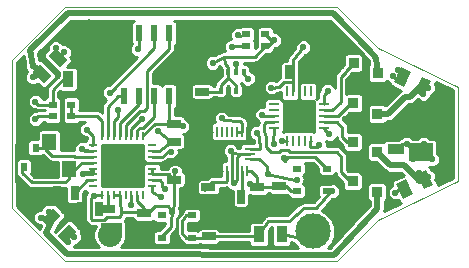
<source format=gtl>
G04 (created by PCBNEW (2013-jul-07)-stable) date Mon 22 Jun 2015 08:36:27 PM EDT*
%MOIN*%
G04 Gerber Fmt 3.4, Leading zero omitted, Abs format*
%FSLAX34Y34*%
G01*
G70*
G90*
G04 APERTURE LIST*
%ADD10C,0.00590551*%
%ADD11C,0.00393701*%
%ADD12R,0.108268X0.108268*%
%ADD13R,0.0354331X0.00984252*%
%ADD14R,0.00984252X0.0354331*%
%ADD15R,0.047X0.055*%
%ADD16R,0.036X0.036*%
%ADD17R,0.03X0.02*%
%ADD18R,0.0236X0.0551*%
%ADD19R,0.08X0.06*%
%ADD20R,0.025X0.045*%
%ADD21R,0.045X0.025*%
%ADD22R,0.03X0.01*%
%ADD23R,0.01X0.03*%
%ADD24R,0.1181X0.1181*%
%ADD25R,0.023622X0.0275591*%
%ADD26C,0.11811*%
%ADD27R,0.0275591X0.023622*%
%ADD28R,0.00905512X0.0354331*%
%ADD29R,0.0354331X0.00905512*%
%ADD30R,0.035X0.055*%
%ADD31R,0.055X0.035*%
%ADD32R,0.0137795X0.019685*%
%ADD33C,0.08*%
%ADD34C,0.022*%
%ADD35C,0.009*%
%ADD36C,0.02*%
%ADD37C,0.01*%
G04 APERTURE END LIST*
G54D10*
G54D11*
X28718Y-19360D02*
X19662Y-19360D01*
X28718Y-27825D02*
X19662Y-27825D01*
X19662Y-27825D02*
X17891Y-26053D01*
X17891Y-21132D02*
X19662Y-19360D01*
X32753Y-25167D02*
X30096Y-26447D01*
X32753Y-22018D02*
X32753Y-25167D01*
X30096Y-20738D02*
X32753Y-22018D01*
X17891Y-21132D02*
X17891Y-26053D01*
X28718Y-19360D02*
X30096Y-20738D01*
X28718Y-27825D02*
X30096Y-26447D01*
G54D12*
X27458Y-22999D03*
G54D13*
X28284Y-23392D03*
X28284Y-23195D03*
X28284Y-22999D03*
X28284Y-22802D03*
X28284Y-22605D03*
G54D14*
X27851Y-22172D03*
X27654Y-22172D03*
X27458Y-22172D03*
X27261Y-22172D03*
X27064Y-22172D03*
G54D13*
X26631Y-22605D03*
X26631Y-22802D03*
X26631Y-22999D03*
X26631Y-23195D03*
X26631Y-23392D03*
G54D14*
X27064Y-23825D03*
X27261Y-23825D03*
X27458Y-23825D03*
X27654Y-23825D03*
X27851Y-23825D03*
G54D15*
X19809Y-23864D03*
X19139Y-23864D03*
X19139Y-24764D03*
X19809Y-24764D03*
G54D16*
X29280Y-23270D03*
X29280Y-22570D03*
X30080Y-22920D03*
X29284Y-21918D03*
X29284Y-21218D03*
X30084Y-21568D03*
X29270Y-24550D03*
X29270Y-23850D03*
X30070Y-24200D03*
X29270Y-25870D03*
X29270Y-25170D03*
X30070Y-25520D03*
G54D17*
X28399Y-25491D03*
X28399Y-24741D03*
X27399Y-25491D03*
X28399Y-25116D03*
X27399Y-24741D03*
X23888Y-27051D03*
X23888Y-26301D03*
X22888Y-27051D03*
X23888Y-26676D03*
X22888Y-26301D03*
G54D18*
X23140Y-22327D03*
X23140Y-20227D03*
X22640Y-22327D03*
X22140Y-22327D03*
X21640Y-22327D03*
X22640Y-20227D03*
X22140Y-20227D03*
X21640Y-20227D03*
G54D19*
X31520Y-24200D03*
X31520Y-22900D03*
G54D20*
X21422Y-26807D03*
X22022Y-26807D03*
X24929Y-25681D03*
X25529Y-25681D03*
G54D21*
X24231Y-22176D03*
X24231Y-21576D03*
X24444Y-25964D03*
X24444Y-25364D03*
X26802Y-25338D03*
X26802Y-25938D03*
G54D20*
X27719Y-21528D03*
X27119Y-21528D03*
G54D21*
X26079Y-25366D03*
X26079Y-25966D03*
G54D20*
X20788Y-26098D03*
X20188Y-26098D03*
G54D21*
X23307Y-25118D03*
X23307Y-24518D03*
X24462Y-27003D03*
X24462Y-26403D03*
X21087Y-26106D03*
X21087Y-26706D03*
G54D22*
X20600Y-25136D03*
X20600Y-24939D03*
X20600Y-24742D03*
X20600Y-25333D03*
G54D23*
X20895Y-25628D03*
X21092Y-25628D03*
X21289Y-25628D03*
X21486Y-25628D03*
X21682Y-25628D03*
X21879Y-25628D03*
X22076Y-25628D03*
X22273Y-25628D03*
G54D22*
X22568Y-23955D03*
X22568Y-25333D03*
X22568Y-25136D03*
X22568Y-24939D03*
X22568Y-24742D03*
X22568Y-24546D03*
X22568Y-24349D03*
X22568Y-24152D03*
G54D23*
X22273Y-23660D03*
X22076Y-23660D03*
X21879Y-23660D03*
X21682Y-23660D03*
X21486Y-23660D03*
X21289Y-23660D03*
X21092Y-23660D03*
X20895Y-23660D03*
G54D22*
X20600Y-23955D03*
X20600Y-24152D03*
X20600Y-24349D03*
X20600Y-24546D03*
G54D24*
X21584Y-24644D03*
G54D25*
X18289Y-24682D03*
X18289Y-24053D03*
X18682Y-24682D03*
X18682Y-24053D03*
G54D26*
X20450Y-20344D03*
X27930Y-26840D03*
G54D21*
X22305Y-26235D03*
X22305Y-26835D03*
G54D20*
X19383Y-25556D03*
X19983Y-25556D03*
G54D21*
X23297Y-23844D03*
X23297Y-23244D03*
G54D27*
X19879Y-23002D03*
X19249Y-23002D03*
X19879Y-22608D03*
X19249Y-22608D03*
G54D28*
X25735Y-24810D03*
G54D29*
X25843Y-24414D03*
X25843Y-24245D03*
X25843Y-24076D03*
X25843Y-23907D03*
G54D28*
X25735Y-23511D03*
X25566Y-23511D03*
X25396Y-23511D03*
X25227Y-23511D03*
X25058Y-23511D03*
X24889Y-23511D03*
X24719Y-23511D03*
X24550Y-23511D03*
G54D29*
X24443Y-23907D03*
X24443Y-24076D03*
X24443Y-24245D03*
X24443Y-24414D03*
G54D28*
X24550Y-24810D03*
X24719Y-24810D03*
X24889Y-24810D03*
X25058Y-24810D03*
X25227Y-24810D03*
X25396Y-24810D03*
X25566Y-24810D03*
G54D10*
G36*
X18966Y-21904D02*
X18577Y-21515D01*
X18825Y-21267D01*
X19214Y-21656D01*
X18966Y-21904D01*
X18966Y-21904D01*
G37*
G36*
X19496Y-21374D02*
X19107Y-20985D01*
X19355Y-20737D01*
X19744Y-21126D01*
X19496Y-21374D01*
X19496Y-21374D01*
G37*
G36*
X31874Y-21833D02*
X31642Y-22331D01*
X31325Y-22183D01*
X31557Y-21685D01*
X31874Y-21833D01*
X31874Y-21833D01*
G37*
G36*
X31194Y-21516D02*
X30962Y-22014D01*
X30645Y-21866D01*
X30877Y-21368D01*
X31194Y-21516D01*
X31194Y-21516D01*
G37*
G36*
X31702Y-24788D02*
X31934Y-25286D01*
X31617Y-25434D01*
X31385Y-24936D01*
X31702Y-24788D01*
X31702Y-24788D01*
G37*
G36*
X31022Y-25105D02*
X31254Y-25603D01*
X30937Y-25751D01*
X30705Y-25253D01*
X31022Y-25105D01*
X31022Y-25105D01*
G37*
G36*
X18889Y-26454D02*
X19278Y-26065D01*
X19526Y-26313D01*
X19137Y-26702D01*
X18889Y-26454D01*
X18889Y-26454D01*
G37*
G36*
X19419Y-26984D02*
X19808Y-26595D01*
X20056Y-26843D01*
X19667Y-27232D01*
X19419Y-26984D01*
X19419Y-26984D01*
G37*
G54D30*
X19776Y-21771D03*
X20526Y-21771D03*
G54D27*
X26339Y-20656D03*
X25710Y-20656D03*
X26339Y-20263D03*
X25710Y-20263D03*
G54D30*
X26883Y-26940D03*
X26133Y-26940D03*
G54D31*
X30702Y-24105D03*
X30702Y-23355D03*
G54D32*
X24852Y-21519D03*
X25108Y-21519D03*
X25363Y-21519D03*
X25619Y-21519D03*
X25619Y-22148D03*
X25363Y-22148D03*
X25108Y-22148D03*
X24852Y-22148D03*
G54D33*
X21159Y-26955D03*
G54D34*
X23247Y-26184D03*
X20277Y-24936D03*
X23332Y-24836D03*
X23585Y-23333D03*
X20624Y-25660D03*
X26637Y-20463D03*
X24584Y-21227D03*
X25827Y-25241D03*
X25299Y-25229D03*
X25190Y-24158D03*
X24894Y-23073D03*
X30750Y-21452D03*
X30681Y-25547D03*
X19754Y-27194D03*
X19362Y-20733D03*
X19632Y-20865D03*
X19976Y-27018D03*
X30610Y-21660D03*
X31623Y-23909D03*
X31056Y-23916D03*
X31266Y-24427D03*
X31900Y-24440D03*
X30946Y-25431D03*
X28128Y-23945D03*
X26238Y-22943D03*
X28578Y-25497D03*
X26544Y-22041D03*
X27608Y-20700D03*
X26616Y-23934D03*
X26978Y-24398D03*
X28854Y-21006D03*
X22614Y-26778D03*
X23765Y-20898D03*
X26064Y-22082D03*
X26400Y-20998D03*
X28986Y-23106D03*
X23638Y-25976D03*
X25836Y-23016D03*
X24024Y-24339D03*
X21371Y-24917D03*
X18483Y-25554D03*
X20713Y-21406D03*
X26196Y-26105D03*
X27059Y-23378D03*
X31469Y-22775D03*
X27534Y-22658D03*
X28004Y-21445D03*
X21858Y-24385D03*
X29898Y-23690D03*
X30033Y-23405D03*
X29796Y-23288D03*
X29646Y-23588D03*
X31161Y-22677D03*
X31214Y-23089D03*
X31722Y-22729D03*
X31511Y-23179D03*
X18932Y-24462D03*
X19226Y-23349D03*
X24890Y-26730D03*
X22755Y-23499D03*
X23190Y-24184D03*
X18582Y-21318D03*
X18600Y-21702D03*
X31602Y-22250D03*
X31773Y-22051D03*
X31457Y-24902D03*
X31770Y-25020D03*
X19128Y-26184D03*
X18867Y-26379D03*
X21446Y-22798D03*
X21156Y-22216D03*
X22096Y-20766D03*
X22233Y-23088D03*
X18678Y-22510D03*
X28416Y-22155D03*
X18678Y-23100D03*
X25437Y-20283D03*
X25763Y-21749D03*
X27389Y-25109D03*
X26439Y-24935D03*
X22866Y-25697D03*
X28469Y-23602D03*
X25233Y-20682D03*
X25366Y-21262D03*
X26061Y-23556D03*
X26895Y-23808D03*
X22983Y-25418D03*
X21867Y-25950D03*
X20400Y-23444D03*
X20238Y-24086D03*
G54D35*
X23247Y-26184D02*
X23224Y-26336D01*
X22888Y-26978D02*
X22888Y-27051D01*
X23188Y-26678D02*
X22888Y-26978D01*
X23188Y-26372D02*
X23188Y-26678D01*
X23224Y-26336D02*
X23188Y-26372D01*
X21516Y-26190D02*
X22260Y-26190D01*
X22260Y-26190D02*
X22305Y-26235D01*
X22305Y-26235D02*
X22428Y-26235D01*
X22428Y-26235D02*
X22671Y-25992D01*
X22671Y-25992D02*
X23100Y-25992D01*
X23100Y-25992D02*
X23247Y-26184D01*
X22076Y-25628D02*
X22076Y-25829D01*
X22076Y-25829D02*
X22305Y-26058D01*
X22305Y-26058D02*
X22305Y-26235D01*
X23307Y-25925D02*
X23276Y-26078D01*
X23247Y-26184D02*
X23258Y-26194D01*
X23307Y-25118D02*
X23307Y-25925D01*
X23276Y-26078D02*
X23258Y-26194D01*
X20846Y-26455D02*
X20969Y-26455D01*
X21513Y-26337D02*
X21513Y-26349D01*
X21431Y-26360D02*
X21513Y-26337D01*
X21065Y-26360D02*
X21431Y-26360D01*
X20969Y-26455D02*
X21065Y-26360D01*
X20624Y-25660D02*
X20605Y-25660D01*
X20574Y-26462D02*
X20846Y-26455D01*
X20846Y-26455D02*
X20841Y-26456D01*
X21500Y-26363D02*
X21513Y-26349D01*
X21513Y-26349D02*
X21510Y-26352D01*
X20528Y-26416D02*
X20574Y-26462D01*
X20528Y-25737D02*
X20528Y-26416D01*
X20605Y-25660D02*
X20528Y-25737D01*
X21510Y-26352D02*
X21520Y-26237D01*
X20349Y-24863D02*
X20480Y-24862D01*
X20480Y-24862D02*
X20600Y-24742D01*
X20600Y-24939D02*
X20281Y-24940D01*
X20281Y-24940D02*
X20277Y-24936D01*
X20600Y-24742D02*
X20600Y-24939D01*
X20729Y-25630D02*
X20895Y-25628D01*
X20349Y-24863D02*
X20277Y-24936D01*
X23140Y-22327D02*
X23140Y-23197D01*
X23140Y-23197D02*
X23187Y-23245D01*
X21486Y-25628D02*
X21486Y-25828D01*
X21486Y-25828D02*
X21516Y-26190D01*
X21516Y-26190D02*
X21520Y-26237D01*
X21289Y-25628D02*
X21486Y-25628D01*
X23307Y-25118D02*
X23299Y-24869D01*
X23299Y-24869D02*
X23332Y-24836D01*
X23585Y-23333D02*
X23579Y-23327D01*
X23579Y-23327D02*
X23187Y-23245D01*
X22568Y-24939D02*
X22774Y-24939D01*
X22774Y-24939D02*
X23128Y-24939D01*
X23128Y-24939D02*
X23307Y-25118D01*
X22568Y-24742D02*
X22568Y-24939D01*
X22273Y-23660D02*
X22273Y-23632D01*
X22273Y-23632D02*
X22660Y-23245D01*
X22660Y-23245D02*
X23187Y-23245D01*
X20624Y-25660D02*
X20729Y-25630D01*
X26637Y-20463D02*
X26539Y-20463D01*
X26539Y-20463D02*
X26339Y-20263D01*
X26339Y-20656D02*
X26443Y-20656D01*
X26443Y-20656D02*
X26637Y-20463D01*
X24981Y-21020D02*
X24762Y-21116D01*
X24762Y-21116D02*
X24584Y-21227D01*
X25108Y-21716D02*
X24852Y-21971D01*
X24852Y-21971D02*
X24852Y-22148D01*
X25363Y-22148D02*
X25363Y-21971D01*
X25108Y-21716D02*
X25108Y-21519D01*
X25363Y-21971D02*
X25108Y-21716D01*
X24285Y-22179D02*
X24822Y-22179D01*
X24822Y-22179D02*
X24852Y-22148D01*
X25108Y-21519D02*
X25108Y-21374D01*
X25108Y-21374D02*
X25002Y-21268D01*
X25002Y-21268D02*
X24981Y-21020D01*
X24981Y-21020D02*
X24981Y-21011D01*
X26342Y-20575D02*
X26342Y-20655D01*
X25996Y-21014D02*
X24981Y-21011D01*
X26342Y-20655D02*
X25996Y-21014D01*
X26802Y-25338D02*
X27039Y-25338D01*
X27192Y-25491D02*
X27399Y-25491D01*
X27039Y-25338D02*
X27192Y-25491D01*
X26555Y-25364D02*
X26080Y-25364D01*
X26791Y-25364D02*
X26555Y-25364D01*
X26080Y-25364D02*
X26079Y-25366D01*
X25396Y-24810D02*
X25396Y-25131D01*
X25396Y-25131D02*
X25299Y-25229D01*
X26079Y-25366D02*
X25952Y-25366D01*
X25952Y-25366D02*
X25827Y-25241D01*
X25227Y-25157D02*
X25227Y-24810D01*
X25299Y-25229D02*
X25227Y-25157D01*
X25735Y-24810D02*
X25860Y-24810D01*
X26079Y-25029D02*
X26079Y-25366D01*
X25860Y-24810D02*
X26079Y-25029D01*
X25258Y-24234D02*
X25258Y-24226D01*
X25258Y-24226D02*
X25190Y-24158D01*
X25566Y-23223D02*
X25509Y-23164D01*
X25566Y-23511D02*
X25566Y-23223D01*
X24894Y-23073D02*
X24946Y-23125D01*
X24946Y-23125D02*
X25509Y-23164D01*
X25566Y-23511D02*
X25396Y-23511D01*
X25227Y-24810D02*
X25227Y-24315D01*
X25227Y-24315D02*
X25227Y-24234D01*
X25227Y-24234D02*
X25258Y-24234D01*
X25258Y-24234D02*
X25493Y-24245D01*
X25396Y-24810D02*
X25396Y-24342D01*
X25493Y-24245D02*
X25843Y-24245D01*
X25396Y-24342D02*
X25493Y-24245D01*
X26883Y-26940D02*
X27675Y-27096D01*
X27675Y-27096D02*
X27930Y-26840D01*
X30702Y-24105D02*
X30891Y-23916D01*
X30891Y-23916D02*
X31056Y-23916D01*
X30920Y-21691D02*
X30920Y-21622D01*
X30920Y-21622D02*
X30750Y-21452D01*
X30980Y-25428D02*
X30799Y-25428D01*
X30799Y-25428D02*
X30681Y-25547D01*
X19672Y-26882D02*
X19754Y-27194D01*
X19373Y-21108D02*
X19332Y-20751D01*
X19332Y-20751D02*
X19362Y-20733D01*
X19373Y-21108D02*
X19632Y-20865D01*
X19672Y-26882D02*
X19976Y-27018D01*
X30988Y-21723D02*
X30673Y-21723D01*
X30673Y-21723D02*
X30610Y-21660D01*
X31520Y-24200D02*
X31340Y-24200D01*
X31520Y-24012D02*
X31520Y-24200D01*
X31623Y-23909D02*
X31520Y-24012D01*
X31340Y-24200D02*
X31056Y-23916D01*
X31493Y-24200D02*
X31520Y-24200D01*
X31266Y-24427D02*
X31493Y-24200D01*
X31660Y-24200D02*
X31520Y-24200D01*
X31900Y-24440D02*
X31660Y-24200D01*
X30981Y-25396D02*
X30946Y-25431D01*
X31048Y-25396D02*
X30981Y-25396D01*
X27843Y-23834D02*
X27851Y-23825D01*
X27843Y-24011D02*
X27843Y-23834D01*
X28061Y-24011D02*
X27843Y-24011D01*
X28128Y-23945D02*
X28061Y-24011D01*
X26238Y-22943D02*
X26294Y-22999D01*
X26294Y-22999D02*
X26631Y-22999D01*
X23888Y-26301D02*
X23715Y-26301D01*
X23699Y-27051D02*
X23888Y-27051D01*
X23580Y-26884D02*
X23699Y-27051D01*
X23580Y-26484D02*
X23580Y-26884D01*
X23715Y-26301D02*
X23580Y-26484D01*
X24462Y-27003D02*
X26070Y-27003D01*
X26070Y-27003D02*
X26133Y-26940D01*
X23888Y-27051D02*
X24414Y-27051D01*
X24414Y-27051D02*
X24462Y-27003D01*
X28578Y-25497D02*
X28525Y-25497D01*
X28525Y-25497D02*
X28044Y-26069D01*
X28044Y-26069D02*
X27616Y-26069D01*
X27616Y-26069D02*
X27146Y-26497D01*
X27146Y-26497D02*
X26447Y-26497D01*
X26447Y-26497D02*
X26133Y-26940D01*
X28613Y-25532D02*
X28578Y-25497D01*
X28533Y-25452D02*
X28613Y-25532D01*
X28533Y-25452D02*
X28399Y-25491D01*
X28399Y-25491D02*
X28533Y-25452D01*
X27267Y-21690D02*
X27267Y-21676D01*
X27267Y-21676D02*
X27119Y-21528D01*
X27590Y-20718D02*
X27608Y-20700D01*
X26796Y-22014D02*
X26544Y-22041D01*
X26964Y-21846D02*
X26796Y-22014D01*
X27199Y-21846D02*
X26964Y-21846D01*
X27267Y-21903D02*
X27267Y-21690D01*
X27267Y-21690D02*
X27267Y-21182D01*
X27267Y-21182D02*
X27267Y-21135D01*
X27267Y-21135D02*
X27608Y-20700D01*
X27210Y-21846D02*
X27199Y-21846D01*
X27261Y-21897D02*
X27267Y-21903D01*
X27267Y-21903D02*
X27210Y-21846D01*
X27261Y-22172D02*
X27261Y-21897D01*
X26961Y-24492D02*
X26961Y-24415D01*
X26631Y-23627D02*
X26612Y-23647D01*
X26612Y-23647D02*
X26612Y-23862D01*
X26631Y-23392D02*
X26631Y-23627D01*
X27115Y-24361D02*
X26985Y-24492D01*
X26985Y-24492D02*
X26961Y-24492D01*
X27115Y-24361D02*
X28003Y-24361D01*
X26612Y-23930D02*
X26612Y-23862D01*
X26616Y-23934D02*
X26612Y-23930D01*
X26961Y-24415D02*
X26978Y-24398D01*
X28399Y-24741D02*
X28383Y-24741D01*
X28383Y-24741D02*
X28003Y-24361D01*
X28003Y-24361D02*
X28002Y-24360D01*
X22305Y-26835D02*
X22557Y-26835D01*
X22557Y-26835D02*
X22614Y-26778D01*
X23638Y-25976D02*
X23638Y-26038D01*
X22305Y-27133D02*
X22305Y-26835D01*
X22492Y-27320D02*
X22305Y-27133D01*
X23229Y-27320D02*
X22492Y-27320D01*
X23386Y-27163D02*
X23229Y-27320D01*
X23386Y-26422D02*
X23386Y-27163D01*
X23442Y-26366D02*
X23386Y-26422D01*
X23595Y-26181D02*
X23442Y-26366D01*
X23638Y-26038D02*
X23595Y-26181D01*
X25108Y-22148D02*
X25108Y-22356D01*
X25619Y-22442D02*
X25619Y-22148D01*
X25608Y-22454D02*
X25619Y-22442D01*
X25206Y-22454D02*
X25608Y-22454D01*
X25108Y-22356D02*
X25206Y-22454D01*
X24041Y-20894D02*
X23769Y-20894D01*
X23769Y-20894D02*
X23765Y-20898D01*
X28757Y-20986D02*
X28777Y-21006D01*
X28777Y-21006D02*
X28854Y-21006D01*
X26159Y-22127D02*
X26109Y-22127D01*
X26109Y-22127D02*
X26064Y-22082D01*
X27458Y-22999D02*
X27439Y-22999D01*
X26159Y-22204D02*
X26159Y-22127D01*
X26159Y-22127D02*
X26159Y-21465D01*
X26305Y-22350D02*
X26159Y-22204D01*
X26790Y-22350D02*
X26305Y-22350D01*
X27439Y-22999D02*
X26790Y-22350D01*
X29280Y-23270D02*
X29126Y-23270D01*
X28986Y-23130D02*
X28986Y-23106D01*
X29126Y-23270D02*
X28986Y-23130D01*
X28004Y-21445D02*
X27802Y-21445D01*
X27802Y-21445D02*
X27719Y-21528D01*
X24297Y-26053D02*
X23715Y-26053D01*
X23715Y-26053D02*
X23638Y-25976D01*
X25880Y-23060D02*
X25880Y-23297D01*
X25735Y-23442D02*
X25880Y-23297D01*
X25735Y-23511D02*
X25735Y-23442D01*
X25836Y-23016D02*
X25880Y-23060D01*
X24258Y-24593D02*
X24258Y-24573D01*
X24258Y-24573D02*
X24024Y-24339D01*
X24443Y-23639D02*
X24386Y-23639D01*
X24386Y-23639D02*
X24201Y-23454D01*
X23850Y-24518D02*
X23898Y-24566D01*
X23898Y-25916D02*
X23898Y-24566D01*
X23898Y-24566D02*
X24030Y-24698D01*
X24030Y-24698D02*
X24258Y-24698D01*
X24035Y-26053D02*
X23898Y-25916D01*
X24258Y-24698D02*
X24258Y-24593D01*
X24249Y-24593D02*
X24258Y-24593D01*
X24255Y-24599D02*
X24249Y-24593D01*
X24258Y-24599D02*
X24255Y-24599D01*
X24258Y-24538D02*
X24319Y-24538D01*
X24258Y-24593D02*
X24258Y-24538D01*
X24258Y-24538D02*
X24258Y-24521D01*
X24258Y-24521D02*
X24278Y-24501D01*
X21584Y-24703D02*
X21584Y-24644D01*
X21371Y-24917D02*
X21584Y-24703D01*
X18627Y-25698D02*
X18627Y-25802D01*
X18483Y-25554D02*
X18627Y-25698D01*
X20330Y-21640D02*
X20479Y-21640D01*
X20479Y-21640D02*
X20713Y-21406D01*
X24824Y-25927D02*
X24956Y-25927D01*
X26343Y-26189D02*
X26343Y-26203D01*
X26329Y-26203D02*
X26343Y-26189D01*
X26294Y-26203D02*
X26329Y-26203D01*
X26196Y-26105D02*
X26294Y-26203D01*
X24956Y-25927D02*
X25083Y-26054D01*
X26403Y-26203D02*
X26343Y-26203D01*
X26343Y-26203D02*
X25451Y-26203D01*
X25451Y-26203D02*
X25085Y-26569D01*
X25085Y-26569D02*
X24306Y-26569D01*
X26079Y-25966D02*
X26790Y-25966D01*
X26790Y-25966D02*
X26791Y-25964D01*
X27438Y-22999D02*
X27458Y-22999D01*
X27059Y-23378D02*
X27438Y-22999D01*
X23307Y-24518D02*
X23850Y-24518D01*
X24443Y-24414D02*
X24258Y-24599D01*
X24297Y-26053D02*
X24035Y-26053D01*
X24297Y-26053D02*
X24699Y-26053D01*
X24930Y-25822D02*
X24930Y-25571D01*
X24699Y-26053D02*
X24824Y-25927D01*
X24824Y-25927D02*
X24930Y-25822D01*
X24297Y-26053D02*
X24297Y-26560D01*
X24297Y-26560D02*
X24306Y-26569D01*
X24719Y-24810D02*
X24889Y-24810D01*
X24550Y-24810D02*
X24719Y-24810D01*
X24443Y-24414D02*
X24443Y-24703D01*
X24443Y-24703D02*
X24550Y-24810D01*
X24319Y-24538D02*
X24443Y-24414D01*
X25735Y-23511D02*
X25735Y-23799D01*
X25735Y-23799D02*
X25843Y-23907D01*
X24443Y-23907D02*
X25843Y-23907D01*
X24443Y-23907D02*
X24443Y-23639D01*
X24443Y-23639D02*
X24443Y-23618D01*
X24443Y-23618D02*
X24550Y-23511D01*
X24443Y-24076D02*
X24443Y-23907D01*
X24443Y-24245D02*
X24443Y-24076D01*
X24443Y-24414D02*
X24443Y-24245D01*
X31112Y-22845D02*
X31063Y-22894D01*
X31399Y-22845D02*
X31112Y-22845D01*
X31469Y-22775D02*
X31399Y-22845D01*
X19450Y-25563D02*
X19450Y-25564D01*
X19450Y-25563D02*
X19389Y-25563D01*
X19059Y-25802D02*
X18627Y-25802D01*
X19213Y-25802D02*
X19059Y-25802D01*
X19450Y-25564D02*
X19213Y-25802D01*
X18627Y-25802D02*
X18604Y-25802D01*
X18047Y-23959D02*
X18238Y-23699D01*
X18047Y-25177D02*
X18047Y-23959D01*
X18604Y-25802D02*
X18047Y-25177D01*
X28368Y-21509D02*
X28068Y-21509D01*
X28068Y-21509D02*
X28004Y-21445D01*
X27458Y-22734D02*
X27458Y-22999D01*
X27534Y-22658D02*
X27458Y-22734D01*
X24306Y-26569D02*
X24560Y-26569D01*
X24560Y-26569D02*
X24890Y-26730D01*
X20647Y-20344D02*
X21522Y-20344D01*
X21522Y-20344D02*
X21640Y-20227D01*
X19429Y-23412D02*
X19289Y-23412D01*
X19289Y-23412D02*
X19226Y-23349D01*
X19011Y-24788D02*
X19011Y-24541D01*
X19011Y-24541D02*
X18932Y-24462D01*
X18238Y-24049D02*
X18238Y-23699D01*
X18238Y-23699D02*
X18526Y-23412D01*
X18526Y-23412D02*
X19429Y-23412D01*
X19429Y-23412D02*
X19541Y-23412D01*
X19541Y-23412D02*
X19681Y-23552D01*
X19681Y-23552D02*
X19681Y-23888D01*
X18238Y-24049D02*
X18238Y-24153D01*
X18238Y-24153D02*
X18447Y-24362D01*
X18447Y-24362D02*
X18623Y-24362D01*
X18623Y-24362D02*
X18631Y-24370D01*
X18631Y-24370D02*
X18631Y-24678D01*
X21598Y-24644D02*
X21584Y-24644D01*
X21858Y-24385D02*
X21598Y-24644D01*
X19011Y-24788D02*
X18740Y-24788D01*
X18740Y-24788D02*
X18631Y-24678D01*
X22568Y-24546D02*
X23278Y-24546D01*
X23278Y-24546D02*
X23307Y-24518D01*
X21584Y-24644D02*
X22160Y-24644D01*
X22258Y-24546D02*
X22568Y-24546D01*
X22160Y-24644D02*
X22258Y-24546D01*
X26791Y-25964D02*
X26641Y-25964D01*
X26641Y-25964D02*
X26403Y-26203D01*
X26403Y-26203D02*
X26399Y-26207D01*
X29748Y-23791D02*
X30156Y-23791D01*
X30156Y-23791D02*
X30341Y-23606D01*
X29928Y-23606D02*
X29928Y-23660D01*
X29928Y-23660D02*
X29898Y-23690D01*
X30033Y-23405D02*
X29916Y-23288D01*
X29916Y-23288D02*
X29796Y-23288D01*
X29646Y-23588D02*
X29745Y-23687D01*
X29745Y-23687D02*
X29847Y-23687D01*
X31161Y-22677D02*
X31384Y-22900D01*
X31384Y-22900D02*
X31520Y-22900D01*
X31403Y-22900D02*
X31520Y-22900D01*
X31214Y-23089D02*
X31403Y-22900D01*
X31551Y-22900D02*
X31520Y-22900D01*
X31722Y-22729D02*
X31551Y-22900D01*
X31520Y-23170D02*
X31520Y-22900D01*
X31511Y-23179D02*
X31520Y-23170D01*
X28368Y-21509D02*
X28368Y-21376D01*
X29711Y-21716D02*
X29580Y-21846D01*
X29711Y-21087D02*
X29711Y-21716D01*
X29472Y-20848D02*
X29711Y-21087D01*
X28896Y-20848D02*
X29472Y-20848D01*
X28368Y-21376D02*
X28757Y-20986D01*
X28757Y-20986D02*
X28896Y-20848D01*
X28399Y-25116D02*
X28543Y-25116D01*
X28932Y-25505D02*
X29500Y-25505D01*
X28543Y-25116D02*
X28932Y-25505D01*
X29748Y-23606D02*
X29748Y-23791D01*
X29748Y-23791D02*
X29748Y-25512D01*
X29390Y-25870D02*
X29270Y-25870D01*
X29748Y-25512D02*
X29390Y-25870D01*
X29691Y-25421D02*
X29691Y-25449D01*
X29691Y-24399D02*
X29691Y-24630D01*
X29691Y-24630D02*
X29691Y-25421D01*
X29691Y-25449D02*
X29270Y-25870D01*
X29270Y-24550D02*
X29270Y-24619D01*
X29270Y-24619D02*
X29612Y-24961D01*
X29270Y-24550D02*
X29270Y-24497D01*
X29270Y-24497D02*
X29612Y-24155D01*
X29284Y-21918D02*
X29308Y-21918D01*
X29308Y-21918D02*
X29550Y-22160D01*
X29612Y-23615D02*
X29612Y-23602D01*
X29612Y-23602D02*
X29280Y-23270D01*
X29280Y-23270D02*
X29280Y-23232D01*
X29280Y-23232D02*
X29540Y-22972D01*
X29540Y-22972D02*
X29612Y-22972D01*
X29284Y-21918D02*
X29413Y-21918D01*
X29413Y-21918D02*
X29612Y-22117D01*
X29612Y-22117D02*
X29612Y-22972D01*
X29270Y-25735D02*
X29270Y-25870D01*
X29612Y-25393D02*
X29500Y-25505D01*
X29500Y-25505D02*
X29270Y-25735D01*
X29612Y-24961D02*
X29612Y-25393D01*
X29612Y-24155D02*
X29612Y-24961D01*
X29612Y-22972D02*
X29612Y-23615D01*
X29612Y-23615D02*
X29612Y-24155D01*
X29284Y-21918D02*
X29401Y-21918D01*
X29401Y-21918D02*
X29486Y-21833D01*
X29486Y-21833D02*
X29567Y-21833D01*
X29567Y-21833D02*
X29580Y-21846D01*
X29760Y-22026D02*
X29760Y-23242D01*
X29580Y-21846D02*
X29760Y-22026D01*
X29691Y-23606D02*
X29748Y-23606D01*
X29748Y-23606D02*
X29928Y-23606D01*
X29928Y-23606D02*
X30341Y-23606D01*
X30341Y-23606D02*
X30804Y-23606D01*
X31510Y-22900D02*
X31520Y-22900D01*
X30804Y-23606D02*
X31510Y-22900D01*
X29691Y-23288D02*
X30642Y-23288D01*
X30642Y-23288D02*
X31030Y-22900D01*
X31030Y-22900D02*
X31520Y-22900D01*
X29691Y-23363D02*
X30687Y-23363D01*
X31150Y-22900D02*
X31520Y-22900D01*
X30687Y-23363D02*
X31150Y-22900D01*
X30732Y-23440D02*
X31272Y-22900D01*
X29691Y-23440D02*
X30732Y-23440D01*
X31272Y-22900D02*
X31520Y-22900D01*
X31520Y-22900D02*
X31400Y-22900D01*
X30769Y-23531D02*
X29691Y-23531D01*
X31400Y-22900D02*
X30769Y-23531D01*
X29691Y-23181D02*
X29691Y-23288D01*
X29691Y-23288D02*
X29691Y-23363D01*
X29691Y-23363D02*
X29691Y-23440D01*
X29691Y-23440D02*
X29691Y-23531D01*
X29691Y-23531D02*
X29691Y-23606D01*
X29691Y-23606D02*
X29691Y-24399D01*
X29540Y-24550D02*
X29270Y-24550D01*
X29691Y-24399D02*
X29540Y-24550D01*
X29284Y-21918D02*
X29534Y-21918D01*
X29602Y-23270D02*
X29280Y-23270D01*
X29691Y-23181D02*
X29602Y-23270D01*
X29691Y-22075D02*
X29691Y-23181D01*
X29534Y-21918D02*
X29691Y-22075D01*
X27458Y-22172D02*
X27458Y-21741D01*
X27690Y-21509D02*
X28368Y-21509D01*
X27458Y-21741D02*
X27690Y-21509D01*
X27458Y-22172D02*
X27458Y-22999D01*
X19879Y-23002D02*
X20745Y-23002D01*
X20745Y-23002D02*
X20895Y-23151D01*
X20895Y-23151D02*
X20895Y-23660D01*
X19879Y-22608D02*
X19879Y-23002D01*
X22755Y-23499D02*
X23134Y-23792D01*
X23134Y-23792D02*
X23187Y-23845D01*
X22568Y-24152D02*
X22808Y-24160D01*
X22808Y-24160D02*
X23187Y-23845D01*
X22568Y-24349D02*
X22884Y-24348D01*
X22884Y-24348D02*
X23092Y-24188D01*
X23092Y-24188D02*
X23190Y-24184D01*
G54D36*
X30084Y-21568D02*
X30024Y-21072D01*
X30024Y-21072D02*
X29805Y-20775D01*
X29805Y-20775D02*
X28608Y-19560D01*
X28608Y-19560D02*
X19755Y-19560D01*
X19755Y-19560D02*
X18513Y-20799D01*
X18513Y-20799D02*
X18582Y-21318D01*
X18948Y-21533D02*
X18582Y-21318D01*
X18948Y-21533D02*
X18600Y-21702D01*
X31531Y-21976D02*
X31531Y-22179D01*
X31531Y-22179D02*
X31602Y-22250D01*
X31531Y-21976D02*
X31698Y-21976D01*
X31698Y-21976D02*
X31773Y-22051D01*
X30080Y-22920D02*
X30442Y-22920D01*
X31160Y-22348D02*
X31531Y-21976D01*
X31014Y-22348D02*
X31160Y-22348D01*
X30442Y-22920D02*
X31014Y-22348D01*
X31283Y-24945D02*
X31414Y-24945D01*
X31414Y-24945D02*
X31457Y-24902D01*
X31591Y-25143D02*
X31481Y-25143D01*
X30495Y-24625D02*
X30070Y-24200D01*
X30963Y-24625D02*
X30495Y-24625D01*
X31481Y-25143D02*
X31283Y-24945D01*
X31283Y-24945D02*
X30963Y-24625D01*
G54D35*
X31591Y-25143D02*
X31646Y-25143D01*
X31646Y-25143D02*
X31770Y-25020D01*
G54D36*
X19855Y-27603D02*
X19722Y-27606D01*
X19722Y-27606D02*
X19044Y-26889D01*
X19044Y-26889D02*
X19247Y-26457D01*
X28626Y-27629D02*
X19855Y-27603D01*
X30070Y-26080D02*
X28626Y-27629D01*
X19247Y-26457D02*
X19128Y-26184D01*
X19247Y-26457D02*
X18867Y-26379D01*
X30070Y-25520D02*
X30070Y-26080D01*
G54D35*
X29022Y-21510D02*
X29022Y-21480D01*
X29022Y-21480D02*
X29284Y-21218D01*
X28284Y-22802D02*
X28566Y-22802D01*
X28851Y-21681D02*
X29022Y-21510D01*
X29022Y-21510D02*
X29031Y-21501D01*
X28851Y-22518D02*
X28851Y-21681D01*
X28566Y-22802D02*
X28851Y-22518D01*
X28284Y-22999D02*
X28759Y-22999D01*
X29188Y-22570D02*
X29280Y-22570D01*
X28759Y-22999D02*
X29188Y-22570D01*
X28284Y-23195D02*
X28734Y-23195D01*
X29071Y-23850D02*
X29270Y-23850D01*
X28914Y-23693D02*
X29071Y-23850D01*
X28914Y-23375D02*
X28914Y-23693D01*
X28734Y-23195D02*
X28914Y-23375D01*
X26362Y-23988D02*
X26362Y-24040D01*
X26352Y-23195D02*
X26304Y-23244D01*
X26304Y-23244D02*
X26304Y-23496D01*
X26304Y-23496D02*
X26381Y-23678D01*
X26381Y-23678D02*
X26362Y-23988D01*
X29170Y-25170D02*
X28872Y-24872D01*
X28872Y-24872D02*
X28872Y-24343D01*
X29270Y-25170D02*
X29170Y-25170D01*
X28716Y-24187D02*
X28872Y-24343D01*
X26352Y-23195D02*
X26631Y-23195D01*
X28715Y-24188D02*
X28716Y-24187D01*
X27150Y-24188D02*
X28715Y-24188D01*
X27102Y-24140D02*
X27150Y-24188D01*
X26860Y-24140D02*
X27102Y-24140D01*
X26798Y-24202D02*
X26860Y-24140D01*
X26524Y-24202D02*
X26798Y-24202D01*
X26362Y-24040D02*
X26524Y-24202D01*
X19380Y-25204D02*
X19672Y-25204D01*
X19672Y-25204D02*
X19788Y-25088D01*
X19788Y-25088D02*
X19788Y-24761D01*
X19681Y-24788D02*
X19681Y-24884D01*
X19361Y-25204D02*
X19380Y-25204D01*
X19380Y-25204D02*
X18556Y-25204D01*
X18556Y-25204D02*
X18238Y-24886D01*
X18238Y-24886D02*
X18238Y-24678D01*
X19745Y-24790D02*
X19975Y-24790D01*
X19975Y-24790D02*
X20219Y-24546D01*
X20219Y-24546D02*
X20600Y-24546D01*
X21289Y-23660D02*
X21289Y-23174D01*
X21289Y-23174D02*
X21440Y-23024D01*
X21440Y-23024D02*
X21446Y-22798D01*
X21156Y-22216D02*
X22640Y-20732D01*
X22640Y-20732D02*
X22640Y-20227D01*
X22096Y-20766D02*
X22140Y-20722D01*
X22140Y-20722D02*
X22140Y-20227D01*
X21879Y-23660D02*
X21879Y-23409D01*
X21879Y-23409D02*
X22212Y-23088D01*
X22212Y-23088D02*
X22233Y-23088D01*
X22076Y-23660D02*
X22076Y-23467D01*
X22076Y-23467D02*
X22168Y-23376D01*
X22168Y-23376D02*
X22276Y-23376D01*
X22276Y-23376D02*
X22640Y-23012D01*
X22640Y-23012D02*
X22640Y-22327D01*
X19011Y-23888D02*
X19011Y-24089D01*
X19011Y-24089D02*
X19248Y-24326D01*
X19248Y-24326D02*
X19973Y-24326D01*
X19973Y-24326D02*
X19996Y-24349D01*
X19996Y-24349D02*
X20600Y-24349D01*
X18631Y-24049D02*
X18917Y-24049D01*
X18917Y-24049D02*
X19075Y-23890D01*
X20600Y-25136D02*
X20403Y-25136D01*
X20403Y-25136D02*
X20050Y-25489D01*
X20050Y-25489D02*
X20050Y-25563D01*
X19249Y-22608D02*
X19249Y-22120D01*
X19249Y-22120D02*
X19730Y-21640D01*
X19249Y-22608D02*
X18777Y-22608D01*
X18777Y-22608D02*
X18678Y-22510D01*
X21422Y-26807D02*
X21188Y-26807D01*
X21188Y-26807D02*
X21087Y-26706D01*
X21188Y-26807D02*
X21087Y-26706D01*
X28284Y-22605D02*
X28284Y-22286D01*
X28284Y-22286D02*
X28416Y-22155D01*
X24297Y-25453D02*
X24309Y-25453D01*
X25058Y-25144D02*
X25058Y-24810D01*
X25017Y-25186D02*
X25058Y-25144D01*
X24576Y-25186D02*
X25017Y-25186D01*
X24309Y-25453D02*
X24576Y-25186D01*
X18866Y-23002D02*
X18777Y-23002D01*
X18777Y-23002D02*
X18678Y-23100D01*
X19249Y-23002D02*
X18866Y-23002D01*
X18866Y-23002D02*
X18875Y-23002D01*
X20788Y-26098D02*
X21079Y-26098D01*
X21079Y-26098D02*
X21087Y-26106D01*
X21092Y-25888D02*
X21092Y-25930D01*
X21090Y-26084D02*
X21092Y-25888D01*
X21092Y-25888D02*
X21090Y-25630D01*
X21090Y-25630D02*
X21092Y-25628D01*
X25566Y-24810D02*
X25566Y-25534D01*
X25566Y-25534D02*
X25530Y-25571D01*
X22140Y-22327D02*
X22140Y-22579D01*
X22140Y-22579D02*
X21486Y-23233D01*
X21486Y-23233D02*
X21486Y-23660D01*
X21092Y-23660D02*
X21092Y-22675D01*
X21092Y-22675D02*
X21441Y-22327D01*
X21441Y-22327D02*
X21640Y-22327D01*
X21682Y-23660D02*
X21682Y-23284D01*
X21682Y-23284D02*
X22151Y-22816D01*
X22151Y-22816D02*
X22309Y-22816D01*
X22309Y-22816D02*
X22391Y-22734D01*
X22391Y-22734D02*
X22391Y-21494D01*
X22391Y-21494D02*
X23140Y-20745D01*
X23140Y-20745D02*
X23140Y-20227D01*
X25710Y-20263D02*
X25492Y-20338D01*
X25492Y-20338D02*
X25437Y-20283D01*
X25619Y-21519D02*
X25619Y-21605D01*
X25619Y-21605D02*
X25763Y-21749D01*
X26439Y-24935D02*
X26540Y-24950D01*
X26540Y-24950D02*
X27329Y-25115D01*
X27329Y-25115D02*
X27389Y-25109D01*
X26396Y-24892D02*
X26396Y-24665D01*
X26439Y-24935D02*
X26396Y-24892D01*
X22568Y-25531D02*
X22866Y-25697D01*
X22568Y-25333D02*
X22568Y-25531D01*
X26396Y-24665D02*
X26399Y-24668D01*
X25843Y-24414D02*
X26145Y-24414D01*
X26145Y-24414D02*
X26396Y-24665D01*
X28284Y-23392D02*
X28284Y-23417D01*
X28284Y-23417D02*
X28469Y-23602D01*
X25710Y-20656D02*
X25258Y-20656D01*
X25258Y-20656D02*
X25233Y-20682D01*
X25363Y-21519D02*
X25363Y-21264D01*
X25363Y-21264D02*
X25366Y-21262D01*
X25843Y-24076D02*
X26157Y-24075D01*
X26145Y-23679D02*
X26061Y-23556D01*
X26157Y-24075D02*
X26145Y-23679D01*
X27064Y-23825D02*
X26912Y-23825D01*
X26912Y-23825D02*
X26895Y-23808D01*
X22838Y-25136D02*
X22568Y-25136D01*
X22910Y-25208D02*
X22838Y-25136D01*
X22910Y-25344D02*
X22910Y-25208D01*
X22983Y-25418D02*
X22910Y-25344D01*
X21879Y-25628D02*
X21879Y-25937D01*
X21879Y-25937D02*
X21867Y-25950D01*
X20600Y-23955D02*
X20600Y-23644D01*
X20600Y-23644D02*
X20400Y-23444D01*
X20600Y-23955D02*
X20545Y-23955D01*
X20600Y-24152D02*
X20283Y-24131D01*
X20283Y-24131D02*
X20238Y-24086D01*
X20600Y-24152D02*
X20319Y-24152D01*
X20319Y-24152D02*
X20265Y-24098D01*
G54D10*
G36*
X20782Y-27356D02*
X19961Y-27353D01*
X19974Y-27341D01*
X20000Y-27278D01*
X20027Y-27278D01*
X20123Y-27238D01*
X20196Y-27165D01*
X20235Y-27069D01*
X20236Y-26966D01*
X20201Y-26883D01*
X20206Y-26873D01*
X20206Y-26813D01*
X20183Y-26758D01*
X20141Y-26716D01*
X19893Y-26468D01*
X19838Y-26445D01*
X19779Y-26445D01*
X19724Y-26468D01*
X19681Y-26510D01*
X19347Y-26845D01*
X19343Y-26841D01*
X19462Y-26588D01*
X19653Y-26398D01*
X19676Y-26343D01*
X19676Y-26283D01*
X19653Y-26228D01*
X19611Y-26186D01*
X19363Y-25938D01*
X19308Y-25915D01*
X19248Y-25915D01*
X19204Y-25934D01*
X19179Y-25924D01*
X19076Y-25923D01*
X18980Y-25963D01*
X18907Y-26036D01*
X18873Y-26119D01*
X18815Y-26118D01*
X18719Y-26158D01*
X18646Y-26231D01*
X18607Y-26327D01*
X18606Y-26430D01*
X18646Y-26526D01*
X18719Y-26599D01*
X18815Y-26638D01*
X18861Y-26638D01*
X18878Y-26655D01*
X18831Y-26753D01*
X18061Y-25983D01*
X18061Y-24965D01*
X18100Y-25024D01*
X18418Y-25341D01*
X18481Y-25384D01*
X18481Y-25384D01*
X18556Y-25399D01*
X19361Y-25399D01*
X19380Y-25399D01*
X19672Y-25399D01*
X19707Y-25391D01*
X19707Y-25810D01*
X19730Y-25865D01*
X19772Y-25908D01*
X19828Y-25930D01*
X19887Y-25931D01*
X20137Y-25931D01*
X20192Y-25908D01*
X20235Y-25866D01*
X20257Y-25810D01*
X20258Y-25751D01*
X20258Y-25557D01*
X20335Y-25480D01*
X20365Y-25510D01*
X20398Y-25524D01*
X20364Y-25608D01*
X20364Y-25638D01*
X20364Y-25638D01*
X20347Y-25662D01*
X20333Y-25737D01*
X20333Y-26416D01*
X20347Y-26490D01*
X20390Y-26553D01*
X20436Y-26599D01*
X20437Y-26601D01*
X20439Y-26602D01*
X20469Y-26622D01*
X20499Y-26642D01*
X20501Y-26642D01*
X20503Y-26643D01*
X20538Y-26650D01*
X20573Y-26657D01*
X20576Y-26656D01*
X20578Y-26656D01*
X20688Y-26654D01*
X20609Y-26845D01*
X20608Y-27063D01*
X20692Y-27266D01*
X20782Y-27356D01*
X20782Y-27356D01*
G37*
G54D37*
X20782Y-27356D02*
X19961Y-27353D01*
X19974Y-27341D01*
X20000Y-27278D01*
X20027Y-27278D01*
X20123Y-27238D01*
X20196Y-27165D01*
X20235Y-27069D01*
X20236Y-26966D01*
X20201Y-26883D01*
X20206Y-26873D01*
X20206Y-26813D01*
X20183Y-26758D01*
X20141Y-26716D01*
X19893Y-26468D01*
X19838Y-26445D01*
X19779Y-26445D01*
X19724Y-26468D01*
X19681Y-26510D01*
X19347Y-26845D01*
X19343Y-26841D01*
X19462Y-26588D01*
X19653Y-26398D01*
X19676Y-26343D01*
X19676Y-26283D01*
X19653Y-26228D01*
X19611Y-26186D01*
X19363Y-25938D01*
X19308Y-25915D01*
X19248Y-25915D01*
X19204Y-25934D01*
X19179Y-25924D01*
X19076Y-25923D01*
X18980Y-25963D01*
X18907Y-26036D01*
X18873Y-26119D01*
X18815Y-26118D01*
X18719Y-26158D01*
X18646Y-26231D01*
X18607Y-26327D01*
X18606Y-26430D01*
X18646Y-26526D01*
X18719Y-26599D01*
X18815Y-26638D01*
X18861Y-26638D01*
X18878Y-26655D01*
X18831Y-26753D01*
X18061Y-25983D01*
X18061Y-24965D01*
X18100Y-25024D01*
X18418Y-25341D01*
X18481Y-25384D01*
X18481Y-25384D01*
X18556Y-25399D01*
X19361Y-25399D01*
X19380Y-25399D01*
X19672Y-25399D01*
X19707Y-25391D01*
X19707Y-25810D01*
X19730Y-25865D01*
X19772Y-25908D01*
X19828Y-25930D01*
X19887Y-25931D01*
X20137Y-25931D01*
X20192Y-25908D01*
X20235Y-25866D01*
X20257Y-25810D01*
X20258Y-25751D01*
X20258Y-25557D01*
X20335Y-25480D01*
X20365Y-25510D01*
X20398Y-25524D01*
X20364Y-25608D01*
X20364Y-25638D01*
X20364Y-25638D01*
X20347Y-25662D01*
X20333Y-25737D01*
X20333Y-26416D01*
X20347Y-26490D01*
X20390Y-26553D01*
X20436Y-26599D01*
X20437Y-26601D01*
X20439Y-26602D01*
X20469Y-26622D01*
X20499Y-26642D01*
X20501Y-26642D01*
X20503Y-26643D01*
X20538Y-26650D01*
X20573Y-26657D01*
X20576Y-26656D01*
X20578Y-26656D01*
X20688Y-26654D01*
X20609Y-26845D01*
X20608Y-27063D01*
X20692Y-27266D01*
X20782Y-27356D01*
G54D10*
G36*
X22070Y-21025D02*
X21140Y-21955D01*
X21104Y-21955D01*
X21008Y-21995D01*
X20935Y-22068D01*
X20896Y-22164D01*
X20895Y-22267D01*
X20935Y-22363D01*
X21008Y-22436D01*
X21042Y-22450D01*
X20954Y-22537D01*
X20911Y-22601D01*
X20897Y-22675D01*
X20897Y-22878D01*
X20883Y-22864D01*
X20820Y-22822D01*
X20745Y-22807D01*
X20147Y-22807D01*
X20147Y-22805D01*
X20167Y-22756D01*
X20167Y-22697D01*
X20167Y-22460D01*
X20144Y-22405D01*
X20102Y-22363D01*
X20101Y-22362D01*
X20101Y-22016D01*
X20101Y-21466D01*
X20078Y-21411D01*
X20036Y-21368D01*
X19980Y-21346D01*
X19921Y-21345D01*
X19737Y-21345D01*
X19871Y-21211D01*
X19894Y-21156D01*
X19894Y-21096D01*
X19871Y-21041D01*
X19847Y-21017D01*
X19852Y-21012D01*
X19891Y-20916D01*
X19892Y-20813D01*
X19852Y-20717D01*
X19779Y-20644D01*
X19683Y-20605D01*
X19590Y-20604D01*
X19582Y-20585D01*
X19509Y-20512D01*
X19413Y-20473D01*
X19310Y-20472D01*
X19214Y-20512D01*
X19141Y-20585D01*
X19102Y-20681D01*
X19101Y-20778D01*
X18980Y-20900D01*
X18957Y-20955D01*
X18957Y-21014D01*
X18980Y-21069D01*
X19022Y-21112D01*
X19411Y-21501D01*
X19450Y-21517D01*
X19450Y-21525D01*
X19450Y-21643D01*
X19111Y-21982D01*
X19069Y-22045D01*
X19054Y-22120D01*
X19054Y-22351D01*
X19026Y-22363D01*
X18984Y-22405D01*
X18981Y-22413D01*
X18920Y-22413D01*
X18899Y-22363D01*
X18826Y-22289D01*
X18730Y-22250D01*
X18627Y-22250D01*
X18531Y-22289D01*
X18458Y-22362D01*
X18418Y-22458D01*
X18418Y-22561D01*
X18458Y-22657D01*
X18531Y-22730D01*
X18626Y-22770D01*
X18674Y-22770D01*
X18674Y-22770D01*
X18702Y-22788D01*
X18702Y-22788D01*
X18777Y-22803D01*
X18981Y-22803D01*
X18982Y-22805D01*
X18981Y-22807D01*
X18875Y-22807D01*
X18866Y-22807D01*
X18777Y-22807D01*
X18702Y-22822D01*
X18674Y-22840D01*
X18627Y-22840D01*
X18531Y-22880D01*
X18458Y-22953D01*
X18418Y-23048D01*
X18418Y-23152D01*
X18458Y-23247D01*
X18531Y-23321D01*
X18626Y-23360D01*
X18730Y-23360D01*
X18825Y-23321D01*
X18899Y-23248D01*
X18920Y-23197D01*
X18981Y-23197D01*
X18984Y-23205D01*
X19026Y-23247D01*
X19081Y-23270D01*
X19141Y-23270D01*
X19417Y-23270D01*
X19472Y-23247D01*
X19514Y-23205D01*
X19537Y-23150D01*
X19537Y-23090D01*
X19537Y-22854D01*
X19517Y-22805D01*
X19537Y-22756D01*
X19537Y-22697D01*
X19537Y-22460D01*
X19514Y-22405D01*
X19472Y-22363D01*
X19444Y-22351D01*
X19444Y-22201D01*
X19494Y-22151D01*
X19515Y-22173D01*
X19571Y-22195D01*
X19630Y-22196D01*
X19980Y-22196D01*
X20035Y-22173D01*
X20078Y-22131D01*
X20100Y-22075D01*
X20101Y-22016D01*
X20101Y-22362D01*
X20047Y-22340D01*
X19987Y-22340D01*
X19712Y-22340D01*
X19656Y-22363D01*
X19614Y-22405D01*
X19591Y-22460D01*
X19591Y-22520D01*
X19591Y-22756D01*
X19611Y-22805D01*
X19591Y-22854D01*
X19591Y-22913D01*
X19591Y-23150D01*
X19614Y-23205D01*
X19656Y-23247D01*
X19711Y-23270D01*
X19771Y-23270D01*
X20047Y-23270D01*
X20102Y-23247D01*
X20144Y-23205D01*
X20147Y-23197D01*
X20316Y-23197D01*
X20252Y-23223D01*
X20179Y-23296D01*
X20140Y-23392D01*
X20139Y-23495D01*
X20179Y-23591D01*
X20252Y-23664D01*
X20348Y-23703D01*
X20384Y-23703D01*
X20405Y-23724D01*
X20405Y-23761D01*
X20365Y-23778D01*
X20323Y-23820D01*
X20316Y-23836D01*
X20289Y-23826D01*
X20186Y-23825D01*
X20090Y-23865D01*
X20017Y-23938D01*
X19978Y-24034D01*
X19977Y-24131D01*
X19973Y-24131D01*
X19524Y-24131D01*
X19524Y-24109D01*
X19524Y-23559D01*
X19501Y-23504D01*
X19459Y-23461D01*
X19403Y-23439D01*
X19344Y-23438D01*
X18874Y-23438D01*
X18819Y-23461D01*
X18776Y-23503D01*
X18754Y-23559D01*
X18753Y-23618D01*
X18753Y-23765D01*
X18535Y-23765D01*
X18479Y-23788D01*
X18437Y-23830D01*
X18414Y-23885D01*
X18414Y-23944D01*
X18414Y-24220D01*
X18437Y-24275D01*
X18479Y-24317D01*
X18534Y-24340D01*
X18594Y-24340D01*
X18830Y-24340D01*
X18885Y-24318D01*
X18914Y-24289D01*
X18933Y-24289D01*
X18935Y-24289D01*
X19110Y-24463D01*
X19173Y-24506D01*
X19173Y-24506D01*
X19248Y-24521D01*
X19423Y-24521D01*
X19423Y-25009D01*
X19380Y-25009D01*
X19361Y-25009D01*
X18636Y-25009D01*
X18533Y-24906D01*
X18534Y-24905D01*
X18557Y-24850D01*
X18557Y-24791D01*
X18557Y-24515D01*
X18534Y-24460D01*
X18492Y-24418D01*
X18437Y-24395D01*
X18377Y-24395D01*
X18141Y-24395D01*
X18086Y-24417D01*
X18061Y-24443D01*
X18061Y-21202D01*
X18284Y-20978D01*
X18322Y-21264D01*
X18322Y-21266D01*
X18321Y-21369D01*
X18361Y-21465D01*
X18415Y-21519D01*
X18379Y-21554D01*
X18340Y-21650D01*
X18339Y-21753D01*
X18379Y-21849D01*
X18452Y-21922D01*
X18548Y-21961D01*
X18651Y-21962D01*
X18747Y-21922D01*
X18759Y-21909D01*
X18881Y-22031D01*
X18936Y-22054D01*
X18996Y-22054D01*
X19051Y-22031D01*
X19093Y-21989D01*
X19341Y-21741D01*
X19364Y-21686D01*
X19364Y-21627D01*
X19341Y-21572D01*
X19299Y-21529D01*
X18910Y-21140D01*
X18855Y-21117D01*
X18807Y-21117D01*
X18777Y-20888D01*
X19859Y-19810D01*
X21971Y-19810D01*
X21937Y-19824D01*
X21894Y-19866D01*
X21872Y-19921D01*
X21871Y-19981D01*
X21871Y-20532D01*
X21894Y-20587D01*
X21900Y-20593D01*
X21875Y-20618D01*
X21836Y-20714D01*
X21835Y-20817D01*
X21875Y-20913D01*
X21948Y-20986D01*
X22044Y-21025D01*
X22070Y-21025D01*
X22070Y-21025D01*
G37*
G54D37*
X22070Y-21025D02*
X21140Y-21955D01*
X21104Y-21955D01*
X21008Y-21995D01*
X20935Y-22068D01*
X20896Y-22164D01*
X20895Y-22267D01*
X20935Y-22363D01*
X21008Y-22436D01*
X21042Y-22450D01*
X20954Y-22537D01*
X20911Y-22601D01*
X20897Y-22675D01*
X20897Y-22878D01*
X20883Y-22864D01*
X20820Y-22822D01*
X20745Y-22807D01*
X20147Y-22807D01*
X20147Y-22805D01*
X20167Y-22756D01*
X20167Y-22697D01*
X20167Y-22460D01*
X20144Y-22405D01*
X20102Y-22363D01*
X20101Y-22362D01*
X20101Y-22016D01*
X20101Y-21466D01*
X20078Y-21411D01*
X20036Y-21368D01*
X19980Y-21346D01*
X19921Y-21345D01*
X19737Y-21345D01*
X19871Y-21211D01*
X19894Y-21156D01*
X19894Y-21096D01*
X19871Y-21041D01*
X19847Y-21017D01*
X19852Y-21012D01*
X19891Y-20916D01*
X19892Y-20813D01*
X19852Y-20717D01*
X19779Y-20644D01*
X19683Y-20605D01*
X19590Y-20604D01*
X19582Y-20585D01*
X19509Y-20512D01*
X19413Y-20473D01*
X19310Y-20472D01*
X19214Y-20512D01*
X19141Y-20585D01*
X19102Y-20681D01*
X19101Y-20778D01*
X18980Y-20900D01*
X18957Y-20955D01*
X18957Y-21014D01*
X18980Y-21069D01*
X19022Y-21112D01*
X19411Y-21501D01*
X19450Y-21517D01*
X19450Y-21525D01*
X19450Y-21643D01*
X19111Y-21982D01*
X19069Y-22045D01*
X19054Y-22120D01*
X19054Y-22351D01*
X19026Y-22363D01*
X18984Y-22405D01*
X18981Y-22413D01*
X18920Y-22413D01*
X18899Y-22363D01*
X18826Y-22289D01*
X18730Y-22250D01*
X18627Y-22250D01*
X18531Y-22289D01*
X18458Y-22362D01*
X18418Y-22458D01*
X18418Y-22561D01*
X18458Y-22657D01*
X18531Y-22730D01*
X18626Y-22770D01*
X18674Y-22770D01*
X18674Y-22770D01*
X18702Y-22788D01*
X18702Y-22788D01*
X18777Y-22803D01*
X18981Y-22803D01*
X18982Y-22805D01*
X18981Y-22807D01*
X18875Y-22807D01*
X18866Y-22807D01*
X18777Y-22807D01*
X18702Y-22822D01*
X18674Y-22840D01*
X18627Y-22840D01*
X18531Y-22880D01*
X18458Y-22953D01*
X18418Y-23048D01*
X18418Y-23152D01*
X18458Y-23247D01*
X18531Y-23321D01*
X18626Y-23360D01*
X18730Y-23360D01*
X18825Y-23321D01*
X18899Y-23248D01*
X18920Y-23197D01*
X18981Y-23197D01*
X18984Y-23205D01*
X19026Y-23247D01*
X19081Y-23270D01*
X19141Y-23270D01*
X19417Y-23270D01*
X19472Y-23247D01*
X19514Y-23205D01*
X19537Y-23150D01*
X19537Y-23090D01*
X19537Y-22854D01*
X19517Y-22805D01*
X19537Y-22756D01*
X19537Y-22697D01*
X19537Y-22460D01*
X19514Y-22405D01*
X19472Y-22363D01*
X19444Y-22351D01*
X19444Y-22201D01*
X19494Y-22151D01*
X19515Y-22173D01*
X19571Y-22195D01*
X19630Y-22196D01*
X19980Y-22196D01*
X20035Y-22173D01*
X20078Y-22131D01*
X20100Y-22075D01*
X20101Y-22016D01*
X20101Y-22362D01*
X20047Y-22340D01*
X19987Y-22340D01*
X19712Y-22340D01*
X19656Y-22363D01*
X19614Y-22405D01*
X19591Y-22460D01*
X19591Y-22520D01*
X19591Y-22756D01*
X19611Y-22805D01*
X19591Y-22854D01*
X19591Y-22913D01*
X19591Y-23150D01*
X19614Y-23205D01*
X19656Y-23247D01*
X19711Y-23270D01*
X19771Y-23270D01*
X20047Y-23270D01*
X20102Y-23247D01*
X20144Y-23205D01*
X20147Y-23197D01*
X20316Y-23197D01*
X20252Y-23223D01*
X20179Y-23296D01*
X20140Y-23392D01*
X20139Y-23495D01*
X20179Y-23591D01*
X20252Y-23664D01*
X20348Y-23703D01*
X20384Y-23703D01*
X20405Y-23724D01*
X20405Y-23761D01*
X20365Y-23778D01*
X20323Y-23820D01*
X20316Y-23836D01*
X20289Y-23826D01*
X20186Y-23825D01*
X20090Y-23865D01*
X20017Y-23938D01*
X19978Y-24034D01*
X19977Y-24131D01*
X19973Y-24131D01*
X19524Y-24131D01*
X19524Y-24109D01*
X19524Y-23559D01*
X19501Y-23504D01*
X19459Y-23461D01*
X19403Y-23439D01*
X19344Y-23438D01*
X18874Y-23438D01*
X18819Y-23461D01*
X18776Y-23503D01*
X18754Y-23559D01*
X18753Y-23618D01*
X18753Y-23765D01*
X18535Y-23765D01*
X18479Y-23788D01*
X18437Y-23830D01*
X18414Y-23885D01*
X18414Y-23944D01*
X18414Y-24220D01*
X18437Y-24275D01*
X18479Y-24317D01*
X18534Y-24340D01*
X18594Y-24340D01*
X18830Y-24340D01*
X18885Y-24318D01*
X18914Y-24289D01*
X18933Y-24289D01*
X18935Y-24289D01*
X19110Y-24463D01*
X19173Y-24506D01*
X19173Y-24506D01*
X19248Y-24521D01*
X19423Y-24521D01*
X19423Y-25009D01*
X19380Y-25009D01*
X19361Y-25009D01*
X18636Y-25009D01*
X18533Y-24906D01*
X18534Y-24905D01*
X18557Y-24850D01*
X18557Y-24791D01*
X18557Y-24515D01*
X18534Y-24460D01*
X18492Y-24418D01*
X18437Y-24395D01*
X18377Y-24395D01*
X18141Y-24395D01*
X18086Y-24417D01*
X18061Y-24443D01*
X18061Y-21202D01*
X18284Y-20978D01*
X18322Y-21264D01*
X18322Y-21266D01*
X18321Y-21369D01*
X18361Y-21465D01*
X18415Y-21519D01*
X18379Y-21554D01*
X18340Y-21650D01*
X18339Y-21753D01*
X18379Y-21849D01*
X18452Y-21922D01*
X18548Y-21961D01*
X18651Y-21962D01*
X18747Y-21922D01*
X18759Y-21909D01*
X18881Y-22031D01*
X18936Y-22054D01*
X18996Y-22054D01*
X19051Y-22031D01*
X19093Y-21989D01*
X19341Y-21741D01*
X19364Y-21686D01*
X19364Y-21627D01*
X19341Y-21572D01*
X19299Y-21529D01*
X18910Y-21140D01*
X18855Y-21117D01*
X18807Y-21117D01*
X18777Y-20888D01*
X19859Y-19810D01*
X21971Y-19810D01*
X21937Y-19824D01*
X21894Y-19866D01*
X21872Y-19921D01*
X21871Y-19981D01*
X21871Y-20532D01*
X21894Y-20587D01*
X21900Y-20593D01*
X21875Y-20618D01*
X21836Y-20714D01*
X21835Y-20817D01*
X21875Y-20913D01*
X21948Y-20986D01*
X22044Y-21025D01*
X22070Y-21025D01*
G54D10*
G36*
X22379Y-24546D02*
X22333Y-24565D01*
X22291Y-24607D01*
X22268Y-24662D01*
X22268Y-24722D01*
X22268Y-24822D01*
X22275Y-24841D01*
X22268Y-24859D01*
X22268Y-24919D01*
X22268Y-25019D01*
X22275Y-25038D01*
X22268Y-25056D01*
X22268Y-25116D01*
X22268Y-25216D01*
X22275Y-25235D01*
X22268Y-25253D01*
X22268Y-25313D01*
X22268Y-25328D01*
X22193Y-25328D01*
X22174Y-25336D01*
X22156Y-25328D01*
X22096Y-25328D01*
X21996Y-25328D01*
X21977Y-25336D01*
X21959Y-25328D01*
X21899Y-25328D01*
X21799Y-25328D01*
X21780Y-25336D01*
X21762Y-25328D01*
X21702Y-25328D01*
X21602Y-25328D01*
X21584Y-25336D01*
X21566Y-25328D01*
X21506Y-25328D01*
X21406Y-25328D01*
X21387Y-25336D01*
X21369Y-25328D01*
X21309Y-25328D01*
X21209Y-25328D01*
X21190Y-25336D01*
X21172Y-25328D01*
X21112Y-25328D01*
X21012Y-25328D01*
X20993Y-25336D01*
X20975Y-25328D01*
X20915Y-25328D01*
X20900Y-25328D01*
X20900Y-25253D01*
X20892Y-25235D01*
X20900Y-25216D01*
X20900Y-25156D01*
X20900Y-25056D01*
X20892Y-25038D01*
X20900Y-25019D01*
X20900Y-24959D01*
X20900Y-24859D01*
X20892Y-24841D01*
X20900Y-24822D01*
X20900Y-24762D01*
X20900Y-24662D01*
X20892Y-24644D01*
X20900Y-24626D01*
X20900Y-24566D01*
X20900Y-24466D01*
X20892Y-24448D01*
X20900Y-24429D01*
X20900Y-24369D01*
X20900Y-24269D01*
X20892Y-24251D01*
X20900Y-24232D01*
X20900Y-24172D01*
X20900Y-24072D01*
X20892Y-24054D01*
X20900Y-24035D01*
X20900Y-23975D01*
X20900Y-23960D01*
X20974Y-23960D01*
X20993Y-23952D01*
X21012Y-23960D01*
X21071Y-23960D01*
X21171Y-23960D01*
X21190Y-23952D01*
X21209Y-23960D01*
X21268Y-23960D01*
X21368Y-23960D01*
X21387Y-23952D01*
X21406Y-23960D01*
X21465Y-23960D01*
X21565Y-23960D01*
X21584Y-23953D01*
X21602Y-23960D01*
X21661Y-23960D01*
X21761Y-23960D01*
X21780Y-23952D01*
X21799Y-23960D01*
X21858Y-23960D01*
X21958Y-23960D01*
X21977Y-23952D01*
X21996Y-23960D01*
X22055Y-23960D01*
X22155Y-23960D01*
X22174Y-23952D01*
X22193Y-23960D01*
X22252Y-23960D01*
X22268Y-23960D01*
X22268Y-24035D01*
X22275Y-24054D01*
X22268Y-24072D01*
X22268Y-24132D01*
X22268Y-24232D01*
X22275Y-24251D01*
X22268Y-24269D01*
X22268Y-24329D01*
X22268Y-24429D01*
X22290Y-24484D01*
X22333Y-24526D01*
X22379Y-24546D01*
X22379Y-24546D01*
G37*
G54D37*
X22379Y-24546D02*
X22333Y-24565D01*
X22291Y-24607D01*
X22268Y-24662D01*
X22268Y-24722D01*
X22268Y-24822D01*
X22275Y-24841D01*
X22268Y-24859D01*
X22268Y-24919D01*
X22268Y-25019D01*
X22275Y-25038D01*
X22268Y-25056D01*
X22268Y-25116D01*
X22268Y-25216D01*
X22275Y-25235D01*
X22268Y-25253D01*
X22268Y-25313D01*
X22268Y-25328D01*
X22193Y-25328D01*
X22174Y-25336D01*
X22156Y-25328D01*
X22096Y-25328D01*
X21996Y-25328D01*
X21977Y-25336D01*
X21959Y-25328D01*
X21899Y-25328D01*
X21799Y-25328D01*
X21780Y-25336D01*
X21762Y-25328D01*
X21702Y-25328D01*
X21602Y-25328D01*
X21584Y-25336D01*
X21566Y-25328D01*
X21506Y-25328D01*
X21406Y-25328D01*
X21387Y-25336D01*
X21369Y-25328D01*
X21309Y-25328D01*
X21209Y-25328D01*
X21190Y-25336D01*
X21172Y-25328D01*
X21112Y-25328D01*
X21012Y-25328D01*
X20993Y-25336D01*
X20975Y-25328D01*
X20915Y-25328D01*
X20900Y-25328D01*
X20900Y-25253D01*
X20892Y-25235D01*
X20900Y-25216D01*
X20900Y-25156D01*
X20900Y-25056D01*
X20892Y-25038D01*
X20900Y-25019D01*
X20900Y-24959D01*
X20900Y-24859D01*
X20892Y-24841D01*
X20900Y-24822D01*
X20900Y-24762D01*
X20900Y-24662D01*
X20892Y-24644D01*
X20900Y-24626D01*
X20900Y-24566D01*
X20900Y-24466D01*
X20892Y-24448D01*
X20900Y-24429D01*
X20900Y-24369D01*
X20900Y-24269D01*
X20892Y-24251D01*
X20900Y-24232D01*
X20900Y-24172D01*
X20900Y-24072D01*
X20892Y-24054D01*
X20900Y-24035D01*
X20900Y-23975D01*
X20900Y-23960D01*
X20974Y-23960D01*
X20993Y-23952D01*
X21012Y-23960D01*
X21071Y-23960D01*
X21171Y-23960D01*
X21190Y-23952D01*
X21209Y-23960D01*
X21268Y-23960D01*
X21368Y-23960D01*
X21387Y-23952D01*
X21406Y-23960D01*
X21465Y-23960D01*
X21565Y-23960D01*
X21584Y-23953D01*
X21602Y-23960D01*
X21661Y-23960D01*
X21761Y-23960D01*
X21780Y-23952D01*
X21799Y-23960D01*
X21858Y-23960D01*
X21958Y-23960D01*
X21977Y-23952D01*
X21996Y-23960D01*
X22055Y-23960D01*
X22155Y-23960D01*
X22174Y-23952D01*
X22193Y-23960D01*
X22252Y-23960D01*
X22268Y-23960D01*
X22268Y-24035D01*
X22275Y-24054D01*
X22268Y-24072D01*
X22268Y-24132D01*
X22268Y-24232D01*
X22275Y-24251D01*
X22268Y-24269D01*
X22268Y-24329D01*
X22268Y-24429D01*
X22290Y-24484D01*
X22333Y-24526D01*
X22379Y-24546D01*
G54D10*
G36*
X27422Y-27380D02*
X21532Y-27359D01*
X21624Y-27266D01*
X21708Y-27064D01*
X21709Y-26846D01*
X21697Y-26816D01*
X21697Y-26552D01*
X21674Y-26497D01*
X21656Y-26479D01*
X21672Y-26456D01*
X21672Y-26456D01*
X21683Y-26441D01*
X21685Y-26436D01*
X21685Y-26436D01*
X21694Y-26423D01*
X21694Y-26423D01*
X21701Y-26385D01*
X21929Y-26385D01*
X21929Y-26389D01*
X21952Y-26444D01*
X21994Y-26487D01*
X22050Y-26509D01*
X22109Y-26510D01*
X22559Y-26510D01*
X22612Y-26488D01*
X22652Y-26528D01*
X22708Y-26550D01*
X22767Y-26551D01*
X22993Y-26551D01*
X22993Y-26597D01*
X22789Y-26800D01*
X22708Y-26800D01*
X22653Y-26823D01*
X22610Y-26865D01*
X22588Y-26921D01*
X22587Y-26980D01*
X22587Y-27180D01*
X22610Y-27235D01*
X22652Y-27278D01*
X22708Y-27300D01*
X22767Y-27301D01*
X23067Y-27301D01*
X23122Y-27278D01*
X23165Y-27236D01*
X23187Y-27180D01*
X23188Y-27121D01*
X23188Y-26953D01*
X23325Y-26815D01*
X23325Y-26815D01*
X23325Y-26815D01*
X23368Y-26752D01*
X23368Y-26752D01*
X23382Y-26678D01*
X23383Y-26678D01*
X23383Y-26445D01*
X23390Y-26436D01*
X23390Y-26437D01*
X23389Y-26460D01*
X23385Y-26484D01*
X23385Y-26884D01*
X23389Y-26905D01*
X23389Y-26927D01*
X23396Y-26942D01*
X23399Y-26958D01*
X23412Y-26977D01*
X23421Y-26997D01*
X23540Y-27164D01*
X23551Y-27175D01*
X23561Y-27188D01*
X23580Y-27201D01*
X23595Y-27216D01*
X23603Y-27219D01*
X23610Y-27235D01*
X23652Y-27278D01*
X23708Y-27300D01*
X23767Y-27301D01*
X24067Y-27301D01*
X24122Y-27278D01*
X24148Y-27252D01*
X24151Y-27255D01*
X24207Y-27277D01*
X24266Y-27278D01*
X24716Y-27278D01*
X24771Y-27255D01*
X24814Y-27213D01*
X24820Y-27198D01*
X25807Y-27198D01*
X25807Y-27244D01*
X25830Y-27299D01*
X25872Y-27342D01*
X25928Y-27364D01*
X25987Y-27365D01*
X26337Y-27365D01*
X26392Y-27342D01*
X26435Y-27300D01*
X26457Y-27244D01*
X26458Y-27185D01*
X26458Y-26818D01*
X26547Y-26692D01*
X26557Y-26692D01*
X26557Y-26694D01*
X26557Y-27244D01*
X26580Y-27299D01*
X26622Y-27342D01*
X26678Y-27364D01*
X26737Y-27365D01*
X27087Y-27365D01*
X27142Y-27342D01*
X27185Y-27300D01*
X27207Y-27244D01*
X27208Y-27202D01*
X27285Y-27217D01*
X27302Y-27259D01*
X27422Y-27380D01*
X27422Y-27380D01*
G37*
G54D37*
X27422Y-27380D02*
X21532Y-27359D01*
X21624Y-27266D01*
X21708Y-27064D01*
X21709Y-26846D01*
X21697Y-26816D01*
X21697Y-26552D01*
X21674Y-26497D01*
X21656Y-26479D01*
X21672Y-26456D01*
X21672Y-26456D01*
X21683Y-26441D01*
X21685Y-26436D01*
X21685Y-26436D01*
X21694Y-26423D01*
X21694Y-26423D01*
X21701Y-26385D01*
X21929Y-26385D01*
X21929Y-26389D01*
X21952Y-26444D01*
X21994Y-26487D01*
X22050Y-26509D01*
X22109Y-26510D01*
X22559Y-26510D01*
X22612Y-26488D01*
X22652Y-26528D01*
X22708Y-26550D01*
X22767Y-26551D01*
X22993Y-26551D01*
X22993Y-26597D01*
X22789Y-26800D01*
X22708Y-26800D01*
X22653Y-26823D01*
X22610Y-26865D01*
X22588Y-26921D01*
X22587Y-26980D01*
X22587Y-27180D01*
X22610Y-27235D01*
X22652Y-27278D01*
X22708Y-27300D01*
X22767Y-27301D01*
X23067Y-27301D01*
X23122Y-27278D01*
X23165Y-27236D01*
X23187Y-27180D01*
X23188Y-27121D01*
X23188Y-26953D01*
X23325Y-26815D01*
X23325Y-26815D01*
X23325Y-26815D01*
X23368Y-26752D01*
X23368Y-26752D01*
X23382Y-26678D01*
X23383Y-26678D01*
X23383Y-26445D01*
X23390Y-26436D01*
X23390Y-26437D01*
X23389Y-26460D01*
X23385Y-26484D01*
X23385Y-26884D01*
X23389Y-26905D01*
X23389Y-26927D01*
X23396Y-26942D01*
X23399Y-26958D01*
X23412Y-26977D01*
X23421Y-26997D01*
X23540Y-27164D01*
X23551Y-27175D01*
X23561Y-27188D01*
X23580Y-27201D01*
X23595Y-27216D01*
X23603Y-27219D01*
X23610Y-27235D01*
X23652Y-27278D01*
X23708Y-27300D01*
X23767Y-27301D01*
X24067Y-27301D01*
X24122Y-27278D01*
X24148Y-27252D01*
X24151Y-27255D01*
X24207Y-27277D01*
X24266Y-27278D01*
X24716Y-27278D01*
X24771Y-27255D01*
X24814Y-27213D01*
X24820Y-27198D01*
X25807Y-27198D01*
X25807Y-27244D01*
X25830Y-27299D01*
X25872Y-27342D01*
X25928Y-27364D01*
X25987Y-27365D01*
X26337Y-27365D01*
X26392Y-27342D01*
X26435Y-27300D01*
X26457Y-27244D01*
X26458Y-27185D01*
X26458Y-26818D01*
X26547Y-26692D01*
X26557Y-26692D01*
X26557Y-26694D01*
X26557Y-27244D01*
X26580Y-27299D01*
X26622Y-27342D01*
X26678Y-27364D01*
X26737Y-27365D01*
X27087Y-27365D01*
X27142Y-27342D01*
X27185Y-27300D01*
X27207Y-27244D01*
X27208Y-27202D01*
X27285Y-27217D01*
X27302Y-27259D01*
X27422Y-27380D01*
G54D10*
G36*
X27976Y-22480D02*
X27957Y-22526D01*
X27957Y-22585D01*
X27957Y-22684D01*
X27965Y-22703D01*
X27957Y-22722D01*
X27957Y-22782D01*
X27957Y-22881D01*
X27965Y-22900D01*
X27957Y-22919D01*
X27957Y-22979D01*
X27957Y-23077D01*
X27965Y-23097D01*
X27957Y-23116D01*
X27957Y-23176D01*
X27957Y-23274D01*
X27965Y-23294D01*
X27957Y-23313D01*
X27957Y-23373D01*
X27957Y-23471D01*
X27976Y-23517D01*
X27930Y-23498D01*
X27871Y-23498D01*
X27772Y-23498D01*
X27753Y-23506D01*
X27734Y-23498D01*
X27674Y-23498D01*
X27575Y-23498D01*
X27556Y-23506D01*
X27537Y-23498D01*
X27477Y-23498D01*
X27379Y-23498D01*
X27359Y-23506D01*
X27340Y-23498D01*
X27280Y-23498D01*
X27182Y-23498D01*
X27162Y-23506D01*
X27143Y-23498D01*
X27083Y-23498D01*
X26985Y-23498D01*
X26939Y-23517D01*
X26958Y-23471D01*
X26958Y-23412D01*
X26958Y-23313D01*
X26950Y-23294D01*
X26958Y-23275D01*
X26958Y-23215D01*
X26958Y-23116D01*
X26950Y-23097D01*
X26958Y-23078D01*
X26958Y-23018D01*
X26958Y-22920D01*
X26950Y-22900D01*
X26958Y-22881D01*
X26958Y-22821D01*
X26958Y-22723D01*
X26950Y-22703D01*
X26958Y-22684D01*
X26958Y-22624D01*
X26958Y-22526D01*
X26939Y-22480D01*
X26985Y-22499D01*
X27044Y-22499D01*
X27143Y-22499D01*
X27162Y-22491D01*
X27181Y-22499D01*
X27241Y-22499D01*
X27340Y-22499D01*
X27395Y-22476D01*
X27437Y-22434D01*
X27458Y-22384D01*
X27478Y-22434D01*
X27520Y-22476D01*
X27575Y-22499D01*
X27635Y-22499D01*
X27733Y-22499D01*
X27753Y-22491D01*
X27772Y-22499D01*
X27832Y-22499D01*
X27930Y-22499D01*
X27976Y-22480D01*
X27976Y-22480D01*
G37*
G54D37*
X27976Y-22480D02*
X27957Y-22526D01*
X27957Y-22585D01*
X27957Y-22684D01*
X27965Y-22703D01*
X27957Y-22722D01*
X27957Y-22782D01*
X27957Y-22881D01*
X27965Y-22900D01*
X27957Y-22919D01*
X27957Y-22979D01*
X27957Y-23077D01*
X27965Y-23097D01*
X27957Y-23116D01*
X27957Y-23176D01*
X27957Y-23274D01*
X27965Y-23294D01*
X27957Y-23313D01*
X27957Y-23373D01*
X27957Y-23471D01*
X27976Y-23517D01*
X27930Y-23498D01*
X27871Y-23498D01*
X27772Y-23498D01*
X27753Y-23506D01*
X27734Y-23498D01*
X27674Y-23498D01*
X27575Y-23498D01*
X27556Y-23506D01*
X27537Y-23498D01*
X27477Y-23498D01*
X27379Y-23498D01*
X27359Y-23506D01*
X27340Y-23498D01*
X27280Y-23498D01*
X27182Y-23498D01*
X27162Y-23506D01*
X27143Y-23498D01*
X27083Y-23498D01*
X26985Y-23498D01*
X26939Y-23517D01*
X26958Y-23471D01*
X26958Y-23412D01*
X26958Y-23313D01*
X26950Y-23294D01*
X26958Y-23275D01*
X26958Y-23215D01*
X26958Y-23116D01*
X26950Y-23097D01*
X26958Y-23078D01*
X26958Y-23018D01*
X26958Y-22920D01*
X26950Y-22900D01*
X26958Y-22881D01*
X26958Y-22821D01*
X26958Y-22723D01*
X26950Y-22703D01*
X26958Y-22684D01*
X26958Y-22624D01*
X26958Y-22526D01*
X26939Y-22480D01*
X26985Y-22499D01*
X27044Y-22499D01*
X27143Y-22499D01*
X27162Y-22491D01*
X27181Y-22499D01*
X27241Y-22499D01*
X27340Y-22499D01*
X27395Y-22476D01*
X27437Y-22434D01*
X27458Y-22384D01*
X27478Y-22434D01*
X27520Y-22476D01*
X27575Y-22499D01*
X27635Y-22499D01*
X27733Y-22499D01*
X27753Y-22491D01*
X27772Y-22499D01*
X27832Y-22499D01*
X27930Y-22499D01*
X27976Y-22480D01*
G54D10*
G36*
X32583Y-25061D02*
X32085Y-25301D01*
X32083Y-25250D01*
X32058Y-25196D01*
X32015Y-25105D01*
X32029Y-25071D01*
X32030Y-24968D01*
X31990Y-24872D01*
X31917Y-24799D01*
X31862Y-24776D01*
X31825Y-24697D01*
X31811Y-24684D01*
X31848Y-24699D01*
X31951Y-24700D01*
X32047Y-24660D01*
X32120Y-24587D01*
X32159Y-24491D01*
X32160Y-24388D01*
X32120Y-24292D01*
X32070Y-24242D01*
X32070Y-23870D01*
X32047Y-23815D01*
X32005Y-23772D01*
X31949Y-23750D01*
X31890Y-23749D01*
X31831Y-23749D01*
X31770Y-23688D01*
X31674Y-23649D01*
X31571Y-23648D01*
X31475Y-23688D01*
X31414Y-23749D01*
X31257Y-23749D01*
X31203Y-23695D01*
X31107Y-23656D01*
X31004Y-23655D01*
X30908Y-23695D01*
X30881Y-23722D01*
X30816Y-23735D01*
X30753Y-23778D01*
X30751Y-23779D01*
X30397Y-23779D01*
X30342Y-23802D01*
X30299Y-23844D01*
X30288Y-23873D01*
X30279Y-23870D01*
X30220Y-23869D01*
X29860Y-23869D01*
X29805Y-23892D01*
X29762Y-23934D01*
X29740Y-23990D01*
X29739Y-24049D01*
X29739Y-24409D01*
X29762Y-24464D01*
X29804Y-24507D01*
X29860Y-24529D01*
X29919Y-24530D01*
X30046Y-24530D01*
X30318Y-24801D01*
X30318Y-24801D01*
X30399Y-24855D01*
X30399Y-24855D01*
X30495Y-24875D01*
X30859Y-24875D01*
X30955Y-24971D01*
X30932Y-24981D01*
X30614Y-25129D01*
X30574Y-25173D01*
X30554Y-25229D01*
X30556Y-25289D01*
X30567Y-25312D01*
X30533Y-25326D01*
X30460Y-25399D01*
X30421Y-25495D01*
X30420Y-25598D01*
X30460Y-25694D01*
X30533Y-25767D01*
X30629Y-25806D01*
X30732Y-25807D01*
X30787Y-25784D01*
X30814Y-25842D01*
X30858Y-25882D01*
X30869Y-25886D01*
X30306Y-26157D01*
X30312Y-26115D01*
X30320Y-26080D01*
X30320Y-26072D01*
X30320Y-26071D01*
X30320Y-26071D01*
X30320Y-25833D01*
X30334Y-25827D01*
X30377Y-25785D01*
X30399Y-25729D01*
X30400Y-25670D01*
X30400Y-25310D01*
X30377Y-25255D01*
X30335Y-25212D01*
X30279Y-25190D01*
X30220Y-25189D01*
X29860Y-25189D01*
X29805Y-25212D01*
X29762Y-25254D01*
X29740Y-25310D01*
X29739Y-25369D01*
X29739Y-25729D01*
X29762Y-25784D01*
X29804Y-25827D01*
X29820Y-25833D01*
X29820Y-25982D01*
X29614Y-26202D01*
X29614Y-21368D01*
X29614Y-21008D01*
X29591Y-20953D01*
X29549Y-20910D01*
X29493Y-20888D01*
X29434Y-20887D01*
X29074Y-20887D01*
X29019Y-20910D01*
X28976Y-20952D01*
X28954Y-21008D01*
X28953Y-21067D01*
X28953Y-21272D01*
X28884Y-21342D01*
X28841Y-21405D01*
X28839Y-21416D01*
X28713Y-21543D01*
X28670Y-21606D01*
X28656Y-21681D01*
X28656Y-22054D01*
X28636Y-22007D01*
X28563Y-21934D01*
X28467Y-21895D01*
X28364Y-21894D01*
X28268Y-21934D01*
X28195Y-22007D01*
X28156Y-22103D01*
X28156Y-22139D01*
X28146Y-22148D01*
X28104Y-22211D01*
X28089Y-22286D01*
X28089Y-22406D01*
X28077Y-22406D01*
X28031Y-22425D01*
X28050Y-22379D01*
X28050Y-22319D01*
X28050Y-21965D01*
X28028Y-21910D01*
X27985Y-21867D01*
X27930Y-21845D01*
X27871Y-21845D01*
X27772Y-21845D01*
X27753Y-21853D01*
X27734Y-21845D01*
X27674Y-21845D01*
X27575Y-21845D01*
X27520Y-21867D01*
X27478Y-21909D01*
X27457Y-21959D01*
X27456Y-21955D01*
X27456Y-21932D01*
X27462Y-21903D01*
X27462Y-21690D01*
X27462Y-21676D01*
X27462Y-21202D01*
X27651Y-20960D01*
X27659Y-20960D01*
X27755Y-20920D01*
X27828Y-20847D01*
X27867Y-20751D01*
X27868Y-20648D01*
X27828Y-20552D01*
X27755Y-20479D01*
X27659Y-20440D01*
X27556Y-20439D01*
X27460Y-20479D01*
X27387Y-20552D01*
X27348Y-20648D01*
X27347Y-20715D01*
X27113Y-21014D01*
X27101Y-21038D01*
X27086Y-21060D01*
X27084Y-21071D01*
X27079Y-21082D01*
X27077Y-21108D01*
X27072Y-21135D01*
X27072Y-21152D01*
X26964Y-21152D01*
X26909Y-21175D01*
X26897Y-21187D01*
X26897Y-20411D01*
X26857Y-20315D01*
X26784Y-20242D01*
X26688Y-20203D01*
X26627Y-20202D01*
X26627Y-20115D01*
X26604Y-20060D01*
X26562Y-20017D01*
X26507Y-19995D01*
X26448Y-19995D01*
X26172Y-19995D01*
X26117Y-20017D01*
X26075Y-20059D01*
X26052Y-20115D01*
X26052Y-20174D01*
X26052Y-20410D01*
X26072Y-20460D01*
X26052Y-20508D01*
X26052Y-20568D01*
X26052Y-20675D01*
X25997Y-20731D01*
X25997Y-20509D01*
X25977Y-20459D01*
X25997Y-20411D01*
X25997Y-20351D01*
X25997Y-20115D01*
X25975Y-20060D01*
X25932Y-20017D01*
X25877Y-19995D01*
X25818Y-19995D01*
X25542Y-19995D01*
X25487Y-20017D01*
X25482Y-20023D01*
X25385Y-20022D01*
X25289Y-20062D01*
X25216Y-20135D01*
X25177Y-20231D01*
X25176Y-20334D01*
X25213Y-20421D01*
X25181Y-20421D01*
X25085Y-20461D01*
X25012Y-20534D01*
X24973Y-20630D01*
X24972Y-20733D01*
X25007Y-20816D01*
X24981Y-20816D01*
X24981Y-20816D01*
X24981Y-20816D01*
X24944Y-20823D01*
X24907Y-20830D01*
X24906Y-20830D01*
X24906Y-20830D01*
X24875Y-20851D01*
X24867Y-20856D01*
X24683Y-20937D01*
X24671Y-20945D01*
X24659Y-20950D01*
X24632Y-20967D01*
X24532Y-20966D01*
X24436Y-21006D01*
X24363Y-21079D01*
X24324Y-21175D01*
X24323Y-21278D01*
X24363Y-21374D01*
X24436Y-21447D01*
X24532Y-21486D01*
X24635Y-21487D01*
X24731Y-21447D01*
X24804Y-21374D01*
X24820Y-21335D01*
X24821Y-21342D01*
X24826Y-21349D01*
X24828Y-21357D01*
X24848Y-21382D01*
X24864Y-21405D01*
X24889Y-21430D01*
X24889Y-21450D01*
X24889Y-21647D01*
X24892Y-21655D01*
X24714Y-21834D01*
X24671Y-21897D01*
X24658Y-21962D01*
X24656Y-21965D01*
X24648Y-21984D01*
X24590Y-21984D01*
X24583Y-21966D01*
X24541Y-21923D01*
X24485Y-21901D01*
X24426Y-21900D01*
X23976Y-21900D01*
X23921Y-21923D01*
X23878Y-21965D01*
X23856Y-22021D01*
X23855Y-22080D01*
X23855Y-22330D01*
X23878Y-22385D01*
X23920Y-22428D01*
X23976Y-22450D01*
X24035Y-22451D01*
X24485Y-22451D01*
X24540Y-22428D01*
X24583Y-22386D01*
X24588Y-22374D01*
X24697Y-22374D01*
X24698Y-22374D01*
X24753Y-22397D01*
X24812Y-22397D01*
X24950Y-22397D01*
X25005Y-22374D01*
X25048Y-22332D01*
X25071Y-22277D01*
X25071Y-22217D01*
X25071Y-22028D01*
X25108Y-21991D01*
X25145Y-22028D01*
X25145Y-22080D01*
X25145Y-22277D01*
X25167Y-22332D01*
X25209Y-22374D01*
X25265Y-22397D01*
X25324Y-22397D01*
X25462Y-22397D01*
X25517Y-22374D01*
X25559Y-22332D01*
X25582Y-22277D01*
X25582Y-22217D01*
X25582Y-22020D01*
X25560Y-21965D01*
X25557Y-21962D01*
X25544Y-21897D01*
X25615Y-21969D01*
X25711Y-22008D01*
X25814Y-22009D01*
X25910Y-21969D01*
X25983Y-21896D01*
X26022Y-21800D01*
X26023Y-21697D01*
X25983Y-21601D01*
X25910Y-21528D01*
X25838Y-21498D01*
X25838Y-21390D01*
X25815Y-21335D01*
X25773Y-21293D01*
X25718Y-21270D01*
X25659Y-21270D01*
X25625Y-21270D01*
X25626Y-21210D01*
X25625Y-21208D01*
X25995Y-21209D01*
X25998Y-21208D01*
X25999Y-21208D01*
X26009Y-21206D01*
X26069Y-21194D01*
X26072Y-21193D01*
X26073Y-21192D01*
X26085Y-21184D01*
X26133Y-21152D01*
X26135Y-21150D01*
X26136Y-21149D01*
X26353Y-20924D01*
X26507Y-20924D01*
X26562Y-20902D01*
X26604Y-20860D01*
X26627Y-20804D01*
X26627Y-20747D01*
X26652Y-20723D01*
X26688Y-20723D01*
X26784Y-20683D01*
X26857Y-20610D01*
X26896Y-20514D01*
X26897Y-20411D01*
X26897Y-21187D01*
X26866Y-21217D01*
X26844Y-21273D01*
X26843Y-21332D01*
X26843Y-21696D01*
X26826Y-21708D01*
X26706Y-21827D01*
X26699Y-21828D01*
X26691Y-21820D01*
X26595Y-21781D01*
X26492Y-21780D01*
X26396Y-21820D01*
X26323Y-21893D01*
X26284Y-21989D01*
X26283Y-22092D01*
X26323Y-22188D01*
X26396Y-22261D01*
X26492Y-22300D01*
X26595Y-22301D01*
X26691Y-22261D01*
X26736Y-22216D01*
X26816Y-22207D01*
X26843Y-22199D01*
X26865Y-22195D01*
X26865Y-22379D01*
X26884Y-22425D01*
X26838Y-22406D01*
X26778Y-22406D01*
X26424Y-22406D01*
X26369Y-22428D01*
X26326Y-22471D01*
X26304Y-22526D01*
X26304Y-22585D01*
X26304Y-22684D01*
X26306Y-22689D01*
X26289Y-22683D01*
X26186Y-22682D01*
X26090Y-22722D01*
X26017Y-22795D01*
X25978Y-22891D01*
X25977Y-22994D01*
X26017Y-23090D01*
X26090Y-23163D01*
X26122Y-23176D01*
X26109Y-23244D01*
X26109Y-23296D01*
X26009Y-23295D01*
X25913Y-23335D01*
X25840Y-23408D01*
X25801Y-23504D01*
X25800Y-23607D01*
X25840Y-23703D01*
X25913Y-23776D01*
X25953Y-23792D01*
X25955Y-23880D01*
X25929Y-23881D01*
X25761Y-23881D01*
X25761Y-23658D01*
X25761Y-23304D01*
X25761Y-23303D01*
X25761Y-23223D01*
X25754Y-23190D01*
X25748Y-23153D01*
X25746Y-23151D01*
X25746Y-23149D01*
X25727Y-23121D01*
X25707Y-23089D01*
X25650Y-23029D01*
X25623Y-23010D01*
X25596Y-22989D01*
X25592Y-22988D01*
X25588Y-22985D01*
X25555Y-22978D01*
X25523Y-22969D01*
X25121Y-22941D01*
X25114Y-22925D01*
X25041Y-22852D01*
X24945Y-22813D01*
X24842Y-22812D01*
X24746Y-22852D01*
X24673Y-22925D01*
X24634Y-23021D01*
X24633Y-23124D01*
X24658Y-23184D01*
X24644Y-23184D01*
X24589Y-23206D01*
X24547Y-23249D01*
X24524Y-23304D01*
X24524Y-23363D01*
X24524Y-23718D01*
X24547Y-23773D01*
X24589Y-23815D01*
X24644Y-23838D01*
X24704Y-23838D01*
X24794Y-23838D01*
X24804Y-23834D01*
X24813Y-23838D01*
X24873Y-23838D01*
X24964Y-23838D01*
X24973Y-23834D01*
X24983Y-23838D01*
X25042Y-23838D01*
X25133Y-23838D01*
X25142Y-23834D01*
X25152Y-23838D01*
X25212Y-23838D01*
X25302Y-23838D01*
X25312Y-23834D01*
X25321Y-23838D01*
X25381Y-23838D01*
X25471Y-23838D01*
X25481Y-23834D01*
X25490Y-23838D01*
X25550Y-23838D01*
X25641Y-23838D01*
X25696Y-23815D01*
X25738Y-23773D01*
X25761Y-23718D01*
X25761Y-23658D01*
X25761Y-23881D01*
X25636Y-23881D01*
X25580Y-23903D01*
X25538Y-23945D01*
X25515Y-24001D01*
X25515Y-24050D01*
X25495Y-24050D01*
X25425Y-24047D01*
X25410Y-24010D01*
X25337Y-23937D01*
X25241Y-23898D01*
X25138Y-23897D01*
X25042Y-23937D01*
X24969Y-24010D01*
X24930Y-24106D01*
X24929Y-24209D01*
X24969Y-24305D01*
X25032Y-24368D01*
X25032Y-24483D01*
X24983Y-24483D01*
X24928Y-24506D01*
X24885Y-24548D01*
X24863Y-24603D01*
X24863Y-24663D01*
X24863Y-24991D01*
X24576Y-24991D01*
X24501Y-25005D01*
X24438Y-25048D01*
X24397Y-25088D01*
X24189Y-25088D01*
X24134Y-25111D01*
X24091Y-25153D01*
X24069Y-25209D01*
X24068Y-25268D01*
X24068Y-25518D01*
X24091Y-25573D01*
X24133Y-25616D01*
X24189Y-25638D01*
X24248Y-25639D01*
X24251Y-25639D01*
X24297Y-25648D01*
X24309Y-25648D01*
X24354Y-25639D01*
X24354Y-25639D01*
X24698Y-25639D01*
X24753Y-25616D01*
X24796Y-25574D01*
X24818Y-25518D01*
X24819Y-25459D01*
X24819Y-25381D01*
X25017Y-25381D01*
X25075Y-25369D01*
X25078Y-25376D01*
X25151Y-25449D01*
X25247Y-25488D01*
X25253Y-25488D01*
X25253Y-25935D01*
X25276Y-25990D01*
X25318Y-26033D01*
X25374Y-26055D01*
X25433Y-26056D01*
X25683Y-26056D01*
X25738Y-26033D01*
X25781Y-25991D01*
X25803Y-25935D01*
X25804Y-25876D01*
X25804Y-25632D01*
X25824Y-25640D01*
X25883Y-25641D01*
X26333Y-25641D01*
X26388Y-25618D01*
X26431Y-25576D01*
X26437Y-25559D01*
X26461Y-25559D01*
X26491Y-25590D01*
X26547Y-25612D01*
X26606Y-25613D01*
X27038Y-25613D01*
X27054Y-25629D01*
X27118Y-25671D01*
X27118Y-25671D01*
X27120Y-25672D01*
X27120Y-25672D01*
X27121Y-25676D01*
X27164Y-25718D01*
X27219Y-25741D01*
X27278Y-25741D01*
X27578Y-25741D01*
X27633Y-25718D01*
X27676Y-25676D01*
X27699Y-25621D01*
X27699Y-25562D01*
X27699Y-25362D01*
X27676Y-25306D01*
X27634Y-25264D01*
X27610Y-25254D01*
X27648Y-25160D01*
X27649Y-25057D01*
X27615Y-24976D01*
X27633Y-24968D01*
X27676Y-24926D01*
X27699Y-24871D01*
X27699Y-24812D01*
X27699Y-24612D01*
X27676Y-24556D01*
X27675Y-24556D01*
X27922Y-24556D01*
X28099Y-24732D01*
X28099Y-24871D01*
X28121Y-24926D01*
X28164Y-24968D01*
X28219Y-24991D01*
X28278Y-24991D01*
X28578Y-24991D01*
X28633Y-24968D01*
X28676Y-24926D01*
X28684Y-24907D01*
X28691Y-24946D01*
X28734Y-25009D01*
X28939Y-25215D01*
X28939Y-25379D01*
X28962Y-25434D01*
X29004Y-25477D01*
X29060Y-25499D01*
X29119Y-25500D01*
X29479Y-25500D01*
X29534Y-25477D01*
X29577Y-25435D01*
X29599Y-25379D01*
X29600Y-25320D01*
X29600Y-24960D01*
X29577Y-24905D01*
X29535Y-24862D01*
X29479Y-24840D01*
X29420Y-24839D01*
X29115Y-24839D01*
X29067Y-24791D01*
X29067Y-24343D01*
X29066Y-24342D01*
X29052Y-24268D01*
X29052Y-24268D01*
X29009Y-24205D01*
X29009Y-24205D01*
X28853Y-24049D01*
X28790Y-24006D01*
X28716Y-23992D01*
X28710Y-23993D01*
X28387Y-23993D01*
X28388Y-23893D01*
X28366Y-23840D01*
X28417Y-23861D01*
X28520Y-23862D01*
X28616Y-23822D01*
X28689Y-23749D01*
X28719Y-23677D01*
X28719Y-23693D01*
X28733Y-23767D01*
X28776Y-23830D01*
X28933Y-23987D01*
X28939Y-23992D01*
X28939Y-24059D01*
X28962Y-24114D01*
X29004Y-24157D01*
X29060Y-24179D01*
X29119Y-24180D01*
X29479Y-24180D01*
X29534Y-24157D01*
X29577Y-24115D01*
X29599Y-24059D01*
X29600Y-24000D01*
X29600Y-23640D01*
X29577Y-23585D01*
X29535Y-23542D01*
X29479Y-23520D01*
X29420Y-23519D01*
X29109Y-23519D01*
X29109Y-23375D01*
X29108Y-23374D01*
X29094Y-23300D01*
X29094Y-23300D01*
X29051Y-23237D01*
X29051Y-23237D01*
X28924Y-23109D01*
X29133Y-22900D01*
X29489Y-22900D01*
X29544Y-22877D01*
X29587Y-22835D01*
X29609Y-22779D01*
X29610Y-22720D01*
X29610Y-22360D01*
X29587Y-22305D01*
X29545Y-22262D01*
X29489Y-22240D01*
X29430Y-22239D01*
X29070Y-22239D01*
X29046Y-22250D01*
X29046Y-21761D01*
X29159Y-21647D01*
X29168Y-21638D01*
X29211Y-21575D01*
X29213Y-21564D01*
X29229Y-21548D01*
X29493Y-21548D01*
X29548Y-21525D01*
X29591Y-21483D01*
X29613Y-21427D01*
X29614Y-21368D01*
X29614Y-26202D01*
X28512Y-27383D01*
X28435Y-27383D01*
X28558Y-27260D01*
X28671Y-26988D01*
X28671Y-26694D01*
X28558Y-26422D01*
X28350Y-26213D01*
X28222Y-26160D01*
X28561Y-25756D01*
X28629Y-25757D01*
X28725Y-25717D01*
X28798Y-25644D01*
X28837Y-25548D01*
X28838Y-25445D01*
X28798Y-25349D01*
X28725Y-25276D01*
X28629Y-25237D01*
X28526Y-25236D01*
X28515Y-25241D01*
X28219Y-25241D01*
X28164Y-25264D01*
X28122Y-25306D01*
X28099Y-25361D01*
X28099Y-25421D01*
X28099Y-25621D01*
X28121Y-25674D01*
X27953Y-25874D01*
X27616Y-25874D01*
X27578Y-25881D01*
X27550Y-25885D01*
X27546Y-25887D01*
X27541Y-25888D01*
X27509Y-25910D01*
X27484Y-25924D01*
X27478Y-25931D01*
X27478Y-25931D01*
X27478Y-25931D01*
X27070Y-26302D01*
X26447Y-26302D01*
X26431Y-26305D01*
X26413Y-26304D01*
X26392Y-26312D01*
X26372Y-26316D01*
X26359Y-26325D01*
X26342Y-26331D01*
X26325Y-26347D01*
X26309Y-26359D01*
X26300Y-26371D01*
X26287Y-26384D01*
X26195Y-26514D01*
X25928Y-26514D01*
X25873Y-26537D01*
X25830Y-26579D01*
X25808Y-26635D01*
X25807Y-26694D01*
X25807Y-26808D01*
X24820Y-26808D01*
X24814Y-26793D01*
X24772Y-26750D01*
X24716Y-26728D01*
X24657Y-26727D01*
X24207Y-26727D01*
X24152Y-26750D01*
X24109Y-26792D01*
X24100Y-26814D01*
X24067Y-26801D01*
X24008Y-26800D01*
X23775Y-26800D01*
X23775Y-26551D01*
X24067Y-26551D01*
X24122Y-26528D01*
X24165Y-26486D01*
X24187Y-26430D01*
X24188Y-26371D01*
X24188Y-26171D01*
X24165Y-26116D01*
X24123Y-26073D01*
X24067Y-26051D01*
X24008Y-26050D01*
X23708Y-26050D01*
X23653Y-26073D01*
X23610Y-26115D01*
X23596Y-26149D01*
X23596Y-26150D01*
X23577Y-26163D01*
X23569Y-26175D01*
X23557Y-26185D01*
X23489Y-26278D01*
X23506Y-26235D01*
X23507Y-26132D01*
X23478Y-26062D01*
X23498Y-25963D01*
X23498Y-25943D01*
X23502Y-25925D01*
X23502Y-25393D01*
X23561Y-25393D01*
X23616Y-25370D01*
X23659Y-25328D01*
X23681Y-25272D01*
X23682Y-25213D01*
X23682Y-24963D01*
X23659Y-24908D01*
X23617Y-24865D01*
X23591Y-24855D01*
X23592Y-24784D01*
X23552Y-24688D01*
X23479Y-24615D01*
X23383Y-24576D01*
X23280Y-24575D01*
X23184Y-24615D01*
X23111Y-24688D01*
X23088Y-24744D01*
X22868Y-24744D01*
X22868Y-24662D01*
X22845Y-24607D01*
X22803Y-24565D01*
X22756Y-24546D01*
X22762Y-24543D01*
X22885Y-24542D01*
X22909Y-24538D01*
X22934Y-24536D01*
X22946Y-24530D01*
X22959Y-24527D01*
X22979Y-24513D01*
X23002Y-24502D01*
X23099Y-24428D01*
X23138Y-24443D01*
X23241Y-24444D01*
X23337Y-24404D01*
X23410Y-24331D01*
X23449Y-24235D01*
X23450Y-24132D01*
X23444Y-24119D01*
X23551Y-24119D01*
X23606Y-24096D01*
X23649Y-24054D01*
X23671Y-23998D01*
X23672Y-23939D01*
X23672Y-23689D01*
X23649Y-23634D01*
X23608Y-23593D01*
X23636Y-23593D01*
X23732Y-23553D01*
X23805Y-23480D01*
X23844Y-23384D01*
X23845Y-23281D01*
X23805Y-23185D01*
X23732Y-23112D01*
X23671Y-23087D01*
X23649Y-23034D01*
X23607Y-22991D01*
X23551Y-22969D01*
X23492Y-22968D01*
X23335Y-22968D01*
X23335Y-22732D01*
X23342Y-22729D01*
X23385Y-22687D01*
X23407Y-22632D01*
X23408Y-22572D01*
X23408Y-22021D01*
X23385Y-21966D01*
X23343Y-21924D01*
X23287Y-21901D01*
X23228Y-21901D01*
X22992Y-21901D01*
X22937Y-21924D01*
X22894Y-21966D01*
X22890Y-21978D01*
X22885Y-21966D01*
X22843Y-21924D01*
X22787Y-21901D01*
X22728Y-21901D01*
X22586Y-21901D01*
X22586Y-21574D01*
X23277Y-20882D01*
X23277Y-20882D01*
X23277Y-20882D01*
X23320Y-20819D01*
X23320Y-20819D01*
X23334Y-20745D01*
X23335Y-20745D01*
X23335Y-20632D01*
X23342Y-20629D01*
X23385Y-20587D01*
X23407Y-20532D01*
X23408Y-20472D01*
X23408Y-19921D01*
X23385Y-19866D01*
X23343Y-19824D01*
X23308Y-19810D01*
X28503Y-19810D01*
X29610Y-20933D01*
X29783Y-21167D01*
X29797Y-21282D01*
X29776Y-21302D01*
X29754Y-21358D01*
X29753Y-21417D01*
X29753Y-21777D01*
X29776Y-21832D01*
X29818Y-21875D01*
X29874Y-21897D01*
X29933Y-21898D01*
X30293Y-21898D01*
X30348Y-21875D01*
X30391Y-21833D01*
X30398Y-21815D01*
X30462Y-21880D01*
X30495Y-21894D01*
X30514Y-21946D01*
X30554Y-21990D01*
X30608Y-22015D01*
X30880Y-22142D01*
X30837Y-22171D01*
X30837Y-22171D01*
X30370Y-22638D01*
X30345Y-22612D01*
X30289Y-22590D01*
X30230Y-22589D01*
X29870Y-22589D01*
X29815Y-22612D01*
X29772Y-22654D01*
X29750Y-22710D01*
X29749Y-22769D01*
X29749Y-23129D01*
X29772Y-23184D01*
X29814Y-23227D01*
X29870Y-23249D01*
X29929Y-23250D01*
X30289Y-23250D01*
X30344Y-23227D01*
X30387Y-23185D01*
X30393Y-23170D01*
X30442Y-23170D01*
X30537Y-23150D01*
X30618Y-23096D01*
X31117Y-22598D01*
X31160Y-22598D01*
X31256Y-22578D01*
X31337Y-22524D01*
X31423Y-22438D01*
X31454Y-22470D01*
X31550Y-22509D01*
X31653Y-22510D01*
X31749Y-22470D01*
X31822Y-22397D01*
X31861Y-22301D01*
X31861Y-22295D01*
X31920Y-22271D01*
X31993Y-22198D01*
X32033Y-22103D01*
X32033Y-21999D01*
X31999Y-21919D01*
X32023Y-21869D01*
X32023Y-21854D01*
X32583Y-22124D01*
X32583Y-25061D01*
X32583Y-25061D01*
G37*
G54D37*
X32583Y-25061D02*
X32085Y-25301D01*
X32083Y-25250D01*
X32058Y-25196D01*
X32015Y-25105D01*
X32029Y-25071D01*
X32030Y-24968D01*
X31990Y-24872D01*
X31917Y-24799D01*
X31862Y-24776D01*
X31825Y-24697D01*
X31811Y-24684D01*
X31848Y-24699D01*
X31951Y-24700D01*
X32047Y-24660D01*
X32120Y-24587D01*
X32159Y-24491D01*
X32160Y-24388D01*
X32120Y-24292D01*
X32070Y-24242D01*
X32070Y-23870D01*
X32047Y-23815D01*
X32005Y-23772D01*
X31949Y-23750D01*
X31890Y-23749D01*
X31831Y-23749D01*
X31770Y-23688D01*
X31674Y-23649D01*
X31571Y-23648D01*
X31475Y-23688D01*
X31414Y-23749D01*
X31257Y-23749D01*
X31203Y-23695D01*
X31107Y-23656D01*
X31004Y-23655D01*
X30908Y-23695D01*
X30881Y-23722D01*
X30816Y-23735D01*
X30753Y-23778D01*
X30751Y-23779D01*
X30397Y-23779D01*
X30342Y-23802D01*
X30299Y-23844D01*
X30288Y-23873D01*
X30279Y-23870D01*
X30220Y-23869D01*
X29860Y-23869D01*
X29805Y-23892D01*
X29762Y-23934D01*
X29740Y-23990D01*
X29739Y-24049D01*
X29739Y-24409D01*
X29762Y-24464D01*
X29804Y-24507D01*
X29860Y-24529D01*
X29919Y-24530D01*
X30046Y-24530D01*
X30318Y-24801D01*
X30318Y-24801D01*
X30399Y-24855D01*
X30399Y-24855D01*
X30495Y-24875D01*
X30859Y-24875D01*
X30955Y-24971D01*
X30932Y-24981D01*
X30614Y-25129D01*
X30574Y-25173D01*
X30554Y-25229D01*
X30556Y-25289D01*
X30567Y-25312D01*
X30533Y-25326D01*
X30460Y-25399D01*
X30421Y-25495D01*
X30420Y-25598D01*
X30460Y-25694D01*
X30533Y-25767D01*
X30629Y-25806D01*
X30732Y-25807D01*
X30787Y-25784D01*
X30814Y-25842D01*
X30858Y-25882D01*
X30869Y-25886D01*
X30306Y-26157D01*
X30312Y-26115D01*
X30320Y-26080D01*
X30320Y-26072D01*
X30320Y-26071D01*
X30320Y-26071D01*
X30320Y-25833D01*
X30334Y-25827D01*
X30377Y-25785D01*
X30399Y-25729D01*
X30400Y-25670D01*
X30400Y-25310D01*
X30377Y-25255D01*
X30335Y-25212D01*
X30279Y-25190D01*
X30220Y-25189D01*
X29860Y-25189D01*
X29805Y-25212D01*
X29762Y-25254D01*
X29740Y-25310D01*
X29739Y-25369D01*
X29739Y-25729D01*
X29762Y-25784D01*
X29804Y-25827D01*
X29820Y-25833D01*
X29820Y-25982D01*
X29614Y-26202D01*
X29614Y-21368D01*
X29614Y-21008D01*
X29591Y-20953D01*
X29549Y-20910D01*
X29493Y-20888D01*
X29434Y-20887D01*
X29074Y-20887D01*
X29019Y-20910D01*
X28976Y-20952D01*
X28954Y-21008D01*
X28953Y-21067D01*
X28953Y-21272D01*
X28884Y-21342D01*
X28841Y-21405D01*
X28839Y-21416D01*
X28713Y-21543D01*
X28670Y-21606D01*
X28656Y-21681D01*
X28656Y-22054D01*
X28636Y-22007D01*
X28563Y-21934D01*
X28467Y-21895D01*
X28364Y-21894D01*
X28268Y-21934D01*
X28195Y-22007D01*
X28156Y-22103D01*
X28156Y-22139D01*
X28146Y-22148D01*
X28104Y-22211D01*
X28089Y-22286D01*
X28089Y-22406D01*
X28077Y-22406D01*
X28031Y-22425D01*
X28050Y-22379D01*
X28050Y-22319D01*
X28050Y-21965D01*
X28028Y-21910D01*
X27985Y-21867D01*
X27930Y-21845D01*
X27871Y-21845D01*
X27772Y-21845D01*
X27753Y-21853D01*
X27734Y-21845D01*
X27674Y-21845D01*
X27575Y-21845D01*
X27520Y-21867D01*
X27478Y-21909D01*
X27457Y-21959D01*
X27456Y-21955D01*
X27456Y-21932D01*
X27462Y-21903D01*
X27462Y-21690D01*
X27462Y-21676D01*
X27462Y-21202D01*
X27651Y-20960D01*
X27659Y-20960D01*
X27755Y-20920D01*
X27828Y-20847D01*
X27867Y-20751D01*
X27868Y-20648D01*
X27828Y-20552D01*
X27755Y-20479D01*
X27659Y-20440D01*
X27556Y-20439D01*
X27460Y-20479D01*
X27387Y-20552D01*
X27348Y-20648D01*
X27347Y-20715D01*
X27113Y-21014D01*
X27101Y-21038D01*
X27086Y-21060D01*
X27084Y-21071D01*
X27079Y-21082D01*
X27077Y-21108D01*
X27072Y-21135D01*
X27072Y-21152D01*
X26964Y-21152D01*
X26909Y-21175D01*
X26897Y-21187D01*
X26897Y-20411D01*
X26857Y-20315D01*
X26784Y-20242D01*
X26688Y-20203D01*
X26627Y-20202D01*
X26627Y-20115D01*
X26604Y-20060D01*
X26562Y-20017D01*
X26507Y-19995D01*
X26448Y-19995D01*
X26172Y-19995D01*
X26117Y-20017D01*
X26075Y-20059D01*
X26052Y-20115D01*
X26052Y-20174D01*
X26052Y-20410D01*
X26072Y-20460D01*
X26052Y-20508D01*
X26052Y-20568D01*
X26052Y-20675D01*
X25997Y-20731D01*
X25997Y-20509D01*
X25977Y-20459D01*
X25997Y-20411D01*
X25997Y-20351D01*
X25997Y-20115D01*
X25975Y-20060D01*
X25932Y-20017D01*
X25877Y-19995D01*
X25818Y-19995D01*
X25542Y-19995D01*
X25487Y-20017D01*
X25482Y-20023D01*
X25385Y-20022D01*
X25289Y-20062D01*
X25216Y-20135D01*
X25177Y-20231D01*
X25176Y-20334D01*
X25213Y-20421D01*
X25181Y-20421D01*
X25085Y-20461D01*
X25012Y-20534D01*
X24973Y-20630D01*
X24972Y-20733D01*
X25007Y-20816D01*
X24981Y-20816D01*
X24981Y-20816D01*
X24981Y-20816D01*
X24944Y-20823D01*
X24907Y-20830D01*
X24906Y-20830D01*
X24906Y-20830D01*
X24875Y-20851D01*
X24867Y-20856D01*
X24683Y-20937D01*
X24671Y-20945D01*
X24659Y-20950D01*
X24632Y-20967D01*
X24532Y-20966D01*
X24436Y-21006D01*
X24363Y-21079D01*
X24324Y-21175D01*
X24323Y-21278D01*
X24363Y-21374D01*
X24436Y-21447D01*
X24532Y-21486D01*
X24635Y-21487D01*
X24731Y-21447D01*
X24804Y-21374D01*
X24820Y-21335D01*
X24821Y-21342D01*
X24826Y-21349D01*
X24828Y-21357D01*
X24848Y-21382D01*
X24864Y-21405D01*
X24889Y-21430D01*
X24889Y-21450D01*
X24889Y-21647D01*
X24892Y-21655D01*
X24714Y-21834D01*
X24671Y-21897D01*
X24658Y-21962D01*
X24656Y-21965D01*
X24648Y-21984D01*
X24590Y-21984D01*
X24583Y-21966D01*
X24541Y-21923D01*
X24485Y-21901D01*
X24426Y-21900D01*
X23976Y-21900D01*
X23921Y-21923D01*
X23878Y-21965D01*
X23856Y-22021D01*
X23855Y-22080D01*
X23855Y-22330D01*
X23878Y-22385D01*
X23920Y-22428D01*
X23976Y-22450D01*
X24035Y-22451D01*
X24485Y-22451D01*
X24540Y-22428D01*
X24583Y-22386D01*
X24588Y-22374D01*
X24697Y-22374D01*
X24698Y-22374D01*
X24753Y-22397D01*
X24812Y-22397D01*
X24950Y-22397D01*
X25005Y-22374D01*
X25048Y-22332D01*
X25071Y-22277D01*
X25071Y-22217D01*
X25071Y-22028D01*
X25108Y-21991D01*
X25145Y-22028D01*
X25145Y-22080D01*
X25145Y-22277D01*
X25167Y-22332D01*
X25209Y-22374D01*
X25265Y-22397D01*
X25324Y-22397D01*
X25462Y-22397D01*
X25517Y-22374D01*
X25559Y-22332D01*
X25582Y-22277D01*
X25582Y-22217D01*
X25582Y-22020D01*
X25560Y-21965D01*
X25557Y-21962D01*
X25544Y-21897D01*
X25615Y-21969D01*
X25711Y-22008D01*
X25814Y-22009D01*
X25910Y-21969D01*
X25983Y-21896D01*
X26022Y-21800D01*
X26023Y-21697D01*
X25983Y-21601D01*
X25910Y-21528D01*
X25838Y-21498D01*
X25838Y-21390D01*
X25815Y-21335D01*
X25773Y-21293D01*
X25718Y-21270D01*
X25659Y-21270D01*
X25625Y-21270D01*
X25626Y-21210D01*
X25625Y-21208D01*
X25995Y-21209D01*
X25998Y-21208D01*
X25999Y-21208D01*
X26009Y-21206D01*
X26069Y-21194D01*
X26072Y-21193D01*
X26073Y-21192D01*
X26085Y-21184D01*
X26133Y-21152D01*
X26135Y-21150D01*
X26136Y-21149D01*
X26353Y-20924D01*
X26507Y-20924D01*
X26562Y-20902D01*
X26604Y-20860D01*
X26627Y-20804D01*
X26627Y-20747D01*
X26652Y-20723D01*
X26688Y-20723D01*
X26784Y-20683D01*
X26857Y-20610D01*
X26896Y-20514D01*
X26897Y-20411D01*
X26897Y-21187D01*
X26866Y-21217D01*
X26844Y-21273D01*
X26843Y-21332D01*
X26843Y-21696D01*
X26826Y-21708D01*
X26706Y-21827D01*
X26699Y-21828D01*
X26691Y-21820D01*
X26595Y-21781D01*
X26492Y-21780D01*
X26396Y-21820D01*
X26323Y-21893D01*
X26284Y-21989D01*
X26283Y-22092D01*
X26323Y-22188D01*
X26396Y-22261D01*
X26492Y-22300D01*
X26595Y-22301D01*
X26691Y-22261D01*
X26736Y-22216D01*
X26816Y-22207D01*
X26843Y-22199D01*
X26865Y-22195D01*
X26865Y-22379D01*
X26884Y-22425D01*
X26838Y-22406D01*
X26778Y-22406D01*
X26424Y-22406D01*
X26369Y-22428D01*
X26326Y-22471D01*
X26304Y-22526D01*
X26304Y-22585D01*
X26304Y-22684D01*
X26306Y-22689D01*
X26289Y-22683D01*
X26186Y-22682D01*
X26090Y-22722D01*
X26017Y-22795D01*
X25978Y-22891D01*
X25977Y-22994D01*
X26017Y-23090D01*
X26090Y-23163D01*
X26122Y-23176D01*
X26109Y-23244D01*
X26109Y-23296D01*
X26009Y-23295D01*
X25913Y-23335D01*
X25840Y-23408D01*
X25801Y-23504D01*
X25800Y-23607D01*
X25840Y-23703D01*
X25913Y-23776D01*
X25953Y-23792D01*
X25955Y-23880D01*
X25929Y-23881D01*
X25761Y-23881D01*
X25761Y-23658D01*
X25761Y-23304D01*
X25761Y-23303D01*
X25761Y-23223D01*
X25754Y-23190D01*
X25748Y-23153D01*
X25746Y-23151D01*
X25746Y-23149D01*
X25727Y-23121D01*
X25707Y-23089D01*
X25650Y-23029D01*
X25623Y-23010D01*
X25596Y-22989D01*
X25592Y-22988D01*
X25588Y-22985D01*
X25555Y-22978D01*
X25523Y-22969D01*
X25121Y-22941D01*
X25114Y-22925D01*
X25041Y-22852D01*
X24945Y-22813D01*
X24842Y-22812D01*
X24746Y-22852D01*
X24673Y-22925D01*
X24634Y-23021D01*
X24633Y-23124D01*
X24658Y-23184D01*
X24644Y-23184D01*
X24589Y-23206D01*
X24547Y-23249D01*
X24524Y-23304D01*
X24524Y-23363D01*
X24524Y-23718D01*
X24547Y-23773D01*
X24589Y-23815D01*
X24644Y-23838D01*
X24704Y-23838D01*
X24794Y-23838D01*
X24804Y-23834D01*
X24813Y-23838D01*
X24873Y-23838D01*
X24964Y-23838D01*
X24973Y-23834D01*
X24983Y-23838D01*
X25042Y-23838D01*
X25133Y-23838D01*
X25142Y-23834D01*
X25152Y-23838D01*
X25212Y-23838D01*
X25302Y-23838D01*
X25312Y-23834D01*
X25321Y-23838D01*
X25381Y-23838D01*
X25471Y-23838D01*
X25481Y-23834D01*
X25490Y-23838D01*
X25550Y-23838D01*
X25641Y-23838D01*
X25696Y-23815D01*
X25738Y-23773D01*
X25761Y-23718D01*
X25761Y-23658D01*
X25761Y-23881D01*
X25636Y-23881D01*
X25580Y-23903D01*
X25538Y-23945D01*
X25515Y-24001D01*
X25515Y-24050D01*
X25495Y-24050D01*
X25425Y-24047D01*
X25410Y-24010D01*
X25337Y-23937D01*
X25241Y-23898D01*
X25138Y-23897D01*
X25042Y-23937D01*
X24969Y-24010D01*
X24930Y-24106D01*
X24929Y-24209D01*
X24969Y-24305D01*
X25032Y-24368D01*
X25032Y-24483D01*
X24983Y-24483D01*
X24928Y-24506D01*
X24885Y-24548D01*
X24863Y-24603D01*
X24863Y-24663D01*
X24863Y-24991D01*
X24576Y-24991D01*
X24501Y-25005D01*
X24438Y-25048D01*
X24397Y-25088D01*
X24189Y-25088D01*
X24134Y-25111D01*
X24091Y-25153D01*
X24069Y-25209D01*
X24068Y-25268D01*
X24068Y-25518D01*
X24091Y-25573D01*
X24133Y-25616D01*
X24189Y-25638D01*
X24248Y-25639D01*
X24251Y-25639D01*
X24297Y-25648D01*
X24309Y-25648D01*
X24354Y-25639D01*
X24354Y-25639D01*
X24698Y-25639D01*
X24753Y-25616D01*
X24796Y-25574D01*
X24818Y-25518D01*
X24819Y-25459D01*
X24819Y-25381D01*
X25017Y-25381D01*
X25075Y-25369D01*
X25078Y-25376D01*
X25151Y-25449D01*
X25247Y-25488D01*
X25253Y-25488D01*
X25253Y-25935D01*
X25276Y-25990D01*
X25318Y-26033D01*
X25374Y-26055D01*
X25433Y-26056D01*
X25683Y-26056D01*
X25738Y-26033D01*
X25781Y-25991D01*
X25803Y-25935D01*
X25804Y-25876D01*
X25804Y-25632D01*
X25824Y-25640D01*
X25883Y-25641D01*
X26333Y-25641D01*
X26388Y-25618D01*
X26431Y-25576D01*
X26437Y-25559D01*
X26461Y-25559D01*
X26491Y-25590D01*
X26547Y-25612D01*
X26606Y-25613D01*
X27038Y-25613D01*
X27054Y-25629D01*
X27118Y-25671D01*
X27118Y-25671D01*
X27120Y-25672D01*
X27120Y-25672D01*
X27121Y-25676D01*
X27164Y-25718D01*
X27219Y-25741D01*
X27278Y-25741D01*
X27578Y-25741D01*
X27633Y-25718D01*
X27676Y-25676D01*
X27699Y-25621D01*
X27699Y-25562D01*
X27699Y-25362D01*
X27676Y-25306D01*
X27634Y-25264D01*
X27610Y-25254D01*
X27648Y-25160D01*
X27649Y-25057D01*
X27615Y-24976D01*
X27633Y-24968D01*
X27676Y-24926D01*
X27699Y-24871D01*
X27699Y-24812D01*
X27699Y-24612D01*
X27676Y-24556D01*
X27675Y-24556D01*
X27922Y-24556D01*
X28099Y-24732D01*
X28099Y-24871D01*
X28121Y-24926D01*
X28164Y-24968D01*
X28219Y-24991D01*
X28278Y-24991D01*
X28578Y-24991D01*
X28633Y-24968D01*
X28676Y-24926D01*
X28684Y-24907D01*
X28691Y-24946D01*
X28734Y-25009D01*
X28939Y-25215D01*
X28939Y-25379D01*
X28962Y-25434D01*
X29004Y-25477D01*
X29060Y-25499D01*
X29119Y-25500D01*
X29479Y-25500D01*
X29534Y-25477D01*
X29577Y-25435D01*
X29599Y-25379D01*
X29600Y-25320D01*
X29600Y-24960D01*
X29577Y-24905D01*
X29535Y-24862D01*
X29479Y-24840D01*
X29420Y-24839D01*
X29115Y-24839D01*
X29067Y-24791D01*
X29067Y-24343D01*
X29066Y-24342D01*
X29052Y-24268D01*
X29052Y-24268D01*
X29009Y-24205D01*
X29009Y-24205D01*
X28853Y-24049D01*
X28790Y-24006D01*
X28716Y-23992D01*
X28710Y-23993D01*
X28387Y-23993D01*
X28388Y-23893D01*
X28366Y-23840D01*
X28417Y-23861D01*
X28520Y-23862D01*
X28616Y-23822D01*
X28689Y-23749D01*
X28719Y-23677D01*
X28719Y-23693D01*
X28733Y-23767D01*
X28776Y-23830D01*
X28933Y-23987D01*
X28939Y-23992D01*
X28939Y-24059D01*
X28962Y-24114D01*
X29004Y-24157D01*
X29060Y-24179D01*
X29119Y-24180D01*
X29479Y-24180D01*
X29534Y-24157D01*
X29577Y-24115D01*
X29599Y-24059D01*
X29600Y-24000D01*
X29600Y-23640D01*
X29577Y-23585D01*
X29535Y-23542D01*
X29479Y-23520D01*
X29420Y-23519D01*
X29109Y-23519D01*
X29109Y-23375D01*
X29108Y-23374D01*
X29094Y-23300D01*
X29094Y-23300D01*
X29051Y-23237D01*
X29051Y-23237D01*
X28924Y-23109D01*
X29133Y-22900D01*
X29489Y-22900D01*
X29544Y-22877D01*
X29587Y-22835D01*
X29609Y-22779D01*
X29610Y-22720D01*
X29610Y-22360D01*
X29587Y-22305D01*
X29545Y-22262D01*
X29489Y-22240D01*
X29430Y-22239D01*
X29070Y-22239D01*
X29046Y-22250D01*
X29046Y-21761D01*
X29159Y-21647D01*
X29168Y-21638D01*
X29211Y-21575D01*
X29213Y-21564D01*
X29229Y-21548D01*
X29493Y-21548D01*
X29548Y-21525D01*
X29591Y-21483D01*
X29613Y-21427D01*
X29614Y-21368D01*
X29614Y-26202D01*
X28512Y-27383D01*
X28435Y-27383D01*
X28558Y-27260D01*
X28671Y-26988D01*
X28671Y-26694D01*
X28558Y-26422D01*
X28350Y-26213D01*
X28222Y-26160D01*
X28561Y-25756D01*
X28629Y-25757D01*
X28725Y-25717D01*
X28798Y-25644D01*
X28837Y-25548D01*
X28838Y-25445D01*
X28798Y-25349D01*
X28725Y-25276D01*
X28629Y-25237D01*
X28526Y-25236D01*
X28515Y-25241D01*
X28219Y-25241D01*
X28164Y-25264D01*
X28122Y-25306D01*
X28099Y-25361D01*
X28099Y-25421D01*
X28099Y-25621D01*
X28121Y-25674D01*
X27953Y-25874D01*
X27616Y-25874D01*
X27578Y-25881D01*
X27550Y-25885D01*
X27546Y-25887D01*
X27541Y-25888D01*
X27509Y-25910D01*
X27484Y-25924D01*
X27478Y-25931D01*
X27478Y-25931D01*
X27478Y-25931D01*
X27070Y-26302D01*
X26447Y-26302D01*
X26431Y-26305D01*
X26413Y-26304D01*
X26392Y-26312D01*
X26372Y-26316D01*
X26359Y-26325D01*
X26342Y-26331D01*
X26325Y-26347D01*
X26309Y-26359D01*
X26300Y-26371D01*
X26287Y-26384D01*
X26195Y-26514D01*
X25928Y-26514D01*
X25873Y-26537D01*
X25830Y-26579D01*
X25808Y-26635D01*
X25807Y-26694D01*
X25807Y-26808D01*
X24820Y-26808D01*
X24814Y-26793D01*
X24772Y-26750D01*
X24716Y-26728D01*
X24657Y-26727D01*
X24207Y-26727D01*
X24152Y-26750D01*
X24109Y-26792D01*
X24100Y-26814D01*
X24067Y-26801D01*
X24008Y-26800D01*
X23775Y-26800D01*
X23775Y-26551D01*
X24067Y-26551D01*
X24122Y-26528D01*
X24165Y-26486D01*
X24187Y-26430D01*
X24188Y-26371D01*
X24188Y-26171D01*
X24165Y-26116D01*
X24123Y-26073D01*
X24067Y-26051D01*
X24008Y-26050D01*
X23708Y-26050D01*
X23653Y-26073D01*
X23610Y-26115D01*
X23596Y-26149D01*
X23596Y-26150D01*
X23577Y-26163D01*
X23569Y-26175D01*
X23557Y-26185D01*
X23489Y-26278D01*
X23506Y-26235D01*
X23507Y-26132D01*
X23478Y-26062D01*
X23498Y-25963D01*
X23498Y-25943D01*
X23502Y-25925D01*
X23502Y-25393D01*
X23561Y-25393D01*
X23616Y-25370D01*
X23659Y-25328D01*
X23681Y-25272D01*
X23682Y-25213D01*
X23682Y-24963D01*
X23659Y-24908D01*
X23617Y-24865D01*
X23591Y-24855D01*
X23592Y-24784D01*
X23552Y-24688D01*
X23479Y-24615D01*
X23383Y-24576D01*
X23280Y-24575D01*
X23184Y-24615D01*
X23111Y-24688D01*
X23088Y-24744D01*
X22868Y-24744D01*
X22868Y-24662D01*
X22845Y-24607D01*
X22803Y-24565D01*
X22756Y-24546D01*
X22762Y-24543D01*
X22885Y-24542D01*
X22909Y-24538D01*
X22934Y-24536D01*
X22946Y-24530D01*
X22959Y-24527D01*
X22979Y-24513D01*
X23002Y-24502D01*
X23099Y-24428D01*
X23138Y-24443D01*
X23241Y-24444D01*
X23337Y-24404D01*
X23410Y-24331D01*
X23449Y-24235D01*
X23450Y-24132D01*
X23444Y-24119D01*
X23551Y-24119D01*
X23606Y-24096D01*
X23649Y-24054D01*
X23671Y-23998D01*
X23672Y-23939D01*
X23672Y-23689D01*
X23649Y-23634D01*
X23608Y-23593D01*
X23636Y-23593D01*
X23732Y-23553D01*
X23805Y-23480D01*
X23844Y-23384D01*
X23845Y-23281D01*
X23805Y-23185D01*
X23732Y-23112D01*
X23671Y-23087D01*
X23649Y-23034D01*
X23607Y-22991D01*
X23551Y-22969D01*
X23492Y-22968D01*
X23335Y-22968D01*
X23335Y-22732D01*
X23342Y-22729D01*
X23385Y-22687D01*
X23407Y-22632D01*
X23408Y-22572D01*
X23408Y-22021D01*
X23385Y-21966D01*
X23343Y-21924D01*
X23287Y-21901D01*
X23228Y-21901D01*
X22992Y-21901D01*
X22937Y-21924D01*
X22894Y-21966D01*
X22890Y-21978D01*
X22885Y-21966D01*
X22843Y-21924D01*
X22787Y-21901D01*
X22728Y-21901D01*
X22586Y-21901D01*
X22586Y-21574D01*
X23277Y-20882D01*
X23277Y-20882D01*
X23277Y-20882D01*
X23320Y-20819D01*
X23320Y-20819D01*
X23334Y-20745D01*
X23335Y-20745D01*
X23335Y-20632D01*
X23342Y-20629D01*
X23385Y-20587D01*
X23407Y-20532D01*
X23408Y-20472D01*
X23408Y-19921D01*
X23385Y-19866D01*
X23343Y-19824D01*
X23308Y-19810D01*
X28503Y-19810D01*
X29610Y-20933D01*
X29783Y-21167D01*
X29797Y-21282D01*
X29776Y-21302D01*
X29754Y-21358D01*
X29753Y-21417D01*
X29753Y-21777D01*
X29776Y-21832D01*
X29818Y-21875D01*
X29874Y-21897D01*
X29933Y-21898D01*
X30293Y-21898D01*
X30348Y-21875D01*
X30391Y-21833D01*
X30398Y-21815D01*
X30462Y-21880D01*
X30495Y-21894D01*
X30514Y-21946D01*
X30554Y-21990D01*
X30608Y-22015D01*
X30880Y-22142D01*
X30837Y-22171D01*
X30837Y-22171D01*
X30370Y-22638D01*
X30345Y-22612D01*
X30289Y-22590D01*
X30230Y-22589D01*
X29870Y-22589D01*
X29815Y-22612D01*
X29772Y-22654D01*
X29750Y-22710D01*
X29749Y-22769D01*
X29749Y-23129D01*
X29772Y-23184D01*
X29814Y-23227D01*
X29870Y-23249D01*
X29929Y-23250D01*
X30289Y-23250D01*
X30344Y-23227D01*
X30387Y-23185D01*
X30393Y-23170D01*
X30442Y-23170D01*
X30537Y-23150D01*
X30618Y-23096D01*
X31117Y-22598D01*
X31160Y-22598D01*
X31256Y-22578D01*
X31337Y-22524D01*
X31423Y-22438D01*
X31454Y-22470D01*
X31550Y-22509D01*
X31653Y-22510D01*
X31749Y-22470D01*
X31822Y-22397D01*
X31861Y-22301D01*
X31861Y-22295D01*
X31920Y-22271D01*
X31993Y-22198D01*
X32033Y-22103D01*
X32033Y-21999D01*
X31999Y-21919D01*
X32023Y-21869D01*
X32023Y-21854D01*
X32583Y-22124D01*
X32583Y-25061D01*
M02*

</source>
